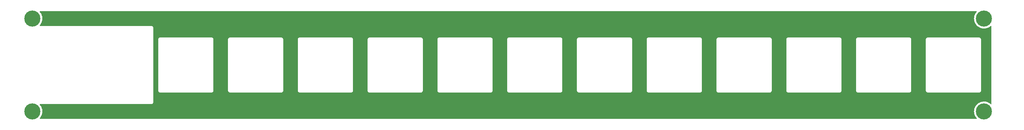
<source format=gbr>
%TF.GenerationSoftware,KiCad,Pcbnew,6.0.2+dfsg-1*%
%TF.CreationDate,2024-06-04T13:25:45+01:00*%
%TF.ProjectId,backRow_SwitchPlate,6261636b-526f-4775-9f53-776974636850,0*%
%TF.SameCoordinates,Original*%
%TF.FileFunction,Copper,L2,Bot*%
%TF.FilePolarity,Positive*%
%FSLAX46Y46*%
G04 Gerber Fmt 4.6, Leading zero omitted, Abs format (unit mm)*
G04 Created by KiCad (PCBNEW 6.0.2+dfsg-1) date 2024-06-04 13:25:45*
%MOMM*%
%LPD*%
G01*
G04 APERTURE LIST*
%TA.AperFunction,ConnectorPad*%
%ADD10C,4.400000*%
%TD*%
%TA.AperFunction,ComponentPad*%
%ADD11C,2.600000*%
%TD*%
G04 APERTURE END LIST*
D10*
%TO.P,H4,1,1*%
%TO.N,unconnected-(H4-Pad1)*%
X276860000Y-50800000D03*
D11*
X276860000Y-50800000D03*
%TD*%
D10*
%TO.P,H3,1,1*%
%TO.N,unconnected-(H3-Pad1)*%
X276860000Y-76200000D03*
D11*
X276860000Y-76200000D03*
%TD*%
D10*
%TO.P,H1,1,1*%
%TO.N,unconnected-(H1-Pad1)*%
X17780000Y-50800000D03*
D11*
X17780000Y-50800000D03*
%TD*%
%TO.P,H2,1,1*%
%TO.N,unconnected-(H2-Pad1)*%
X17780000Y-76200000D03*
D10*
X17780000Y-76200000D03*
%TD*%
%TA.AperFunction,NonConductor*%
G36*
X274823805Y-48788002D02*
G01*
X274870298Y-48841658D01*
X274880402Y-48911932D01*
X274850908Y-48976512D01*
X274848724Y-48978839D01*
X274848755Y-48978867D01*
X274846220Y-48981682D01*
X274843513Y-48984347D01*
X274841149Y-48987314D01*
X274841146Y-48987317D01*
X274826281Y-49005972D01*
X274639991Y-49239751D01*
X274468626Y-49517757D01*
X274331902Y-49814336D01*
X274330741Y-49817940D01*
X274330741Y-49817941D01*
X274322196Y-49844477D01*
X274231797Y-50125192D01*
X274231079Y-50128903D01*
X274231078Y-50128907D01*
X274170482Y-50442105D01*
X274170481Y-50442114D01*
X274169763Y-50445824D01*
X274146698Y-50771585D01*
X274162936Y-51097759D01*
X274163577Y-51101490D01*
X274163578Y-51101498D01*
X274178109Y-51186060D01*
X274218241Y-51419619D01*
X274311814Y-51732504D01*
X274313327Y-51735975D01*
X274313329Y-51735981D01*
X274344929Y-51808482D01*
X274442297Y-52031881D01*
X274444220Y-52035152D01*
X274444222Y-52035156D01*
X274486584Y-52107215D01*
X274607802Y-52313414D01*
X274610103Y-52316429D01*
X274803631Y-52570012D01*
X274803636Y-52570017D01*
X274805931Y-52573025D01*
X274808575Y-52575739D01*
X275003823Y-52776166D01*
X275033814Y-52806953D01*
X275163046Y-52911044D01*
X275285196Y-53009431D01*
X275285201Y-53009435D01*
X275288149Y-53011809D01*
X275565253Y-53184627D01*
X275861112Y-53322903D01*
X276171440Y-53424634D01*
X276491742Y-53488346D01*
X276495514Y-53488633D01*
X276495522Y-53488634D01*
X276813602Y-53512829D01*
X276813607Y-53512829D01*
X276817379Y-53513116D01*
X277143633Y-53498586D01*
X277203425Y-53488634D01*
X277462037Y-53445590D01*
X277462042Y-53445589D01*
X277465778Y-53444967D01*
X277779149Y-53353034D01*
X277782616Y-53351544D01*
X277782620Y-53351543D01*
X278075721Y-53225616D01*
X278075723Y-53225615D01*
X278079205Y-53224119D01*
X278361601Y-53060091D01*
X278601496Y-52878988D01*
X278619221Y-52865607D01*
X278619222Y-52865606D01*
X278622245Y-52863324D01*
X278678552Y-52809044D01*
X278741478Y-52776166D01*
X278812189Y-52782528D01*
X278868235Y-52826109D01*
X278892000Y-52899757D01*
X278892000Y-74096835D01*
X278871998Y-74164956D01*
X278818342Y-74211449D01*
X278748068Y-74221553D01*
X278683488Y-74192059D01*
X278676686Y-74185711D01*
X278665070Y-74174034D01*
X278408603Y-73971852D01*
X278129705Y-73801945D01*
X278126261Y-73800379D01*
X278126257Y-73800377D01*
X277984356Y-73735859D01*
X277832414Y-73666775D01*
X277521037Y-73568300D01*
X277303492Y-73527390D01*
X277203809Y-73508645D01*
X277203807Y-73508645D01*
X277200086Y-73507945D01*
X276874208Y-73486586D01*
X276870428Y-73486794D01*
X276870427Y-73486794D01*
X276772897Y-73492162D01*
X276548124Y-73504532D01*
X276544397Y-73505193D01*
X276544393Y-73505193D01*
X276387340Y-73533027D01*
X276226557Y-73561522D01*
X276222941Y-73562624D01*
X276222933Y-73562626D01*
X275917789Y-73655627D01*
X275914167Y-73656731D01*
X275615477Y-73788781D01*
X275526462Y-73841739D01*
X275338074Y-73953817D01*
X275338068Y-73953821D01*
X275334814Y-73955757D01*
X275331812Y-73958073D01*
X275084492Y-74148880D01*
X275076244Y-74155243D01*
X274843513Y-74384347D01*
X274841149Y-74387314D01*
X274841146Y-74387317D01*
X274824220Y-74408558D01*
X274639991Y-74639751D01*
X274468626Y-74917757D01*
X274331902Y-75214336D01*
X274330741Y-75217940D01*
X274330741Y-75217941D01*
X274322196Y-75244477D01*
X274231797Y-75525192D01*
X274231079Y-75528903D01*
X274231078Y-75528907D01*
X274170482Y-75842105D01*
X274170481Y-75842114D01*
X274169763Y-75845824D01*
X274146698Y-76171585D01*
X274162936Y-76497759D01*
X274163577Y-76501490D01*
X274163578Y-76501498D01*
X274178109Y-76586060D01*
X274218241Y-76819619D01*
X274311814Y-77132504D01*
X274313327Y-77135975D01*
X274313329Y-77135981D01*
X274344929Y-77208482D01*
X274442297Y-77431881D01*
X274444220Y-77435152D01*
X274444222Y-77435156D01*
X274486584Y-77507215D01*
X274607802Y-77713414D01*
X274610103Y-77716429D01*
X274803631Y-77970012D01*
X274803636Y-77970017D01*
X274805931Y-77973025D01*
X274808575Y-77975739D01*
X274849820Y-78018078D01*
X274883026Y-78080830D01*
X274877035Y-78151574D01*
X274833749Y-78207848D01*
X274766909Y-78231786D01*
X274759566Y-78232000D01*
X19883395Y-78232000D01*
X19815274Y-78211998D01*
X19768781Y-78158342D01*
X19758677Y-78088068D01*
X19785682Y-78026452D01*
X19983549Y-77783410D01*
X20157815Y-77507215D01*
X20297638Y-77212084D01*
X20298908Y-77208277D01*
X20399790Y-76905897D01*
X20399792Y-76905891D01*
X20400992Y-76902293D01*
X20466381Y-76582329D01*
X20472956Y-76501498D01*
X20492674Y-76259061D01*
X20492856Y-76256826D01*
X20493451Y-76200000D01*
X20491510Y-76167796D01*
X20474026Y-75877793D01*
X20474026Y-75877789D01*
X20473798Y-75874015D01*
X20468650Y-75845824D01*
X20415805Y-75556473D01*
X20415804Y-75556469D01*
X20415125Y-75552751D01*
X20407722Y-75528907D01*
X20319404Y-75244477D01*
X20318282Y-75240863D01*
X20184670Y-74942869D01*
X20016226Y-74663084D01*
X20013899Y-74660100D01*
X20013894Y-74660093D01*
X19817726Y-74408558D01*
X19817724Y-74408556D01*
X19815390Y-74405563D01*
X19812716Y-74402875D01*
X19812709Y-74402867D01*
X19792807Y-74382861D01*
X19758946Y-74320460D01*
X19764196Y-74249657D01*
X19806892Y-74192934D01*
X19873478Y-74168298D01*
X19882136Y-74168000D01*
X50156298Y-74168000D01*
X50157069Y-74168002D01*
X50234652Y-74168476D01*
X50243281Y-74166010D01*
X50243286Y-74166009D01*
X50263048Y-74160361D01*
X50279809Y-74156783D01*
X50300152Y-74153870D01*
X50300162Y-74153867D01*
X50309045Y-74152595D01*
X50332395Y-74141979D01*
X50349907Y-74135536D01*
X50365937Y-74130954D01*
X50374565Y-74128488D01*
X50399548Y-74112726D01*
X50414614Y-74104596D01*
X50441510Y-74092367D01*
X50460939Y-74075626D01*
X50475947Y-74064521D01*
X50490039Y-74055630D01*
X50497631Y-74050840D01*
X50517182Y-74028703D01*
X50529374Y-74016659D01*
X50544949Y-74003239D01*
X50544950Y-74003237D01*
X50551747Y-73997381D01*
X50556626Y-73989853D01*
X50556629Y-73989850D01*
X50565696Y-73975861D01*
X50576986Y-73960987D01*
X50588012Y-73948502D01*
X50593956Y-73941772D01*
X50606510Y-73915034D01*
X50614824Y-73900065D01*
X50630893Y-73875273D01*
X50638239Y-73850709D01*
X50644901Y-73833264D01*
X50651983Y-73818179D01*
X50655799Y-73810052D01*
X50660343Y-73780870D01*
X50664126Y-73764151D01*
X50670014Y-73744464D01*
X50670015Y-73744461D01*
X50672587Y-73735859D01*
X50672797Y-73701444D01*
X50672830Y-73700672D01*
X50673000Y-73699577D01*
X50673000Y-73668702D01*
X50673002Y-73667932D01*
X50673452Y-73594284D01*
X50673452Y-73594283D01*
X50673476Y-73590348D01*
X50673092Y-73589004D01*
X50673000Y-73587659D01*
X50673000Y-70569652D01*
X52031524Y-70569652D01*
X52033990Y-70578281D01*
X52033991Y-70578286D01*
X52039639Y-70598048D01*
X52043217Y-70614809D01*
X52046130Y-70635152D01*
X52046133Y-70635162D01*
X52047405Y-70644045D01*
X52058021Y-70667395D01*
X52064464Y-70684907D01*
X52071512Y-70709565D01*
X52087274Y-70734548D01*
X52095404Y-70749614D01*
X52107633Y-70776510D01*
X52124374Y-70795939D01*
X52135479Y-70810947D01*
X52149160Y-70832631D01*
X52155888Y-70838573D01*
X52171296Y-70852181D01*
X52183340Y-70864373D01*
X52202619Y-70886747D01*
X52210147Y-70891626D01*
X52210150Y-70891629D01*
X52224139Y-70900696D01*
X52239013Y-70911986D01*
X52258228Y-70928956D01*
X52266354Y-70932771D01*
X52266355Y-70932772D01*
X52272021Y-70935432D01*
X52284966Y-70941510D01*
X52299935Y-70949824D01*
X52324727Y-70965893D01*
X52341650Y-70970954D01*
X52349290Y-70973239D01*
X52366736Y-70979901D01*
X52389948Y-70990799D01*
X52419130Y-70995343D01*
X52435849Y-70999126D01*
X52455536Y-71005014D01*
X52455539Y-71005015D01*
X52464141Y-71007587D01*
X52473116Y-71007642D01*
X52473117Y-71007642D01*
X52479810Y-71007683D01*
X52498556Y-71007797D01*
X52499328Y-71007830D01*
X52500423Y-71008000D01*
X52531298Y-71008000D01*
X52532068Y-71008002D01*
X52605716Y-71008452D01*
X52605717Y-71008452D01*
X52609652Y-71008476D01*
X52610996Y-71008092D01*
X52612341Y-71008000D01*
X66531298Y-71008000D01*
X66532069Y-71008002D01*
X66609652Y-71008476D01*
X66618281Y-71006010D01*
X66618286Y-71006009D01*
X66638048Y-71000361D01*
X66654809Y-70996783D01*
X66675152Y-70993870D01*
X66675162Y-70993867D01*
X66684045Y-70992595D01*
X66707395Y-70981979D01*
X66724907Y-70975536D01*
X66740937Y-70970954D01*
X66749565Y-70968488D01*
X66774548Y-70952726D01*
X66789614Y-70944596D01*
X66816510Y-70932367D01*
X66835939Y-70915626D01*
X66850947Y-70904521D01*
X66865039Y-70895630D01*
X66872631Y-70890840D01*
X66892182Y-70868703D01*
X66904374Y-70856659D01*
X66919949Y-70843239D01*
X66919950Y-70843237D01*
X66926747Y-70837381D01*
X66931626Y-70829853D01*
X66931629Y-70829850D01*
X66940696Y-70815861D01*
X66951986Y-70800987D01*
X66963012Y-70788502D01*
X66968956Y-70781772D01*
X66981510Y-70755034D01*
X66989824Y-70740065D01*
X67005893Y-70715273D01*
X67013239Y-70690709D01*
X67019901Y-70673264D01*
X67026983Y-70658179D01*
X67030799Y-70650052D01*
X67035343Y-70620870D01*
X67039126Y-70604151D01*
X67045014Y-70584464D01*
X67045015Y-70584461D01*
X67047587Y-70575859D01*
X67047625Y-70569652D01*
X71031524Y-70569652D01*
X71033990Y-70578281D01*
X71033991Y-70578286D01*
X71039639Y-70598048D01*
X71043217Y-70614809D01*
X71046130Y-70635152D01*
X71046133Y-70635162D01*
X71047405Y-70644045D01*
X71058021Y-70667395D01*
X71064464Y-70684907D01*
X71071512Y-70709565D01*
X71087274Y-70734548D01*
X71095404Y-70749614D01*
X71107633Y-70776510D01*
X71124374Y-70795939D01*
X71135479Y-70810947D01*
X71149160Y-70832631D01*
X71155888Y-70838573D01*
X71171296Y-70852181D01*
X71183340Y-70864373D01*
X71202619Y-70886747D01*
X71210147Y-70891626D01*
X71210150Y-70891629D01*
X71224139Y-70900696D01*
X71239013Y-70911986D01*
X71258228Y-70928956D01*
X71266354Y-70932771D01*
X71266355Y-70932772D01*
X71272021Y-70935432D01*
X71284966Y-70941510D01*
X71299935Y-70949824D01*
X71324727Y-70965893D01*
X71341650Y-70970954D01*
X71349290Y-70973239D01*
X71366736Y-70979901D01*
X71389948Y-70990799D01*
X71419130Y-70995343D01*
X71435849Y-70999126D01*
X71455536Y-71005014D01*
X71455539Y-71005015D01*
X71464141Y-71007587D01*
X71473116Y-71007642D01*
X71473117Y-71007642D01*
X71479810Y-71007683D01*
X71498556Y-71007797D01*
X71499328Y-71007830D01*
X71500423Y-71008000D01*
X71531298Y-71008000D01*
X71532068Y-71008002D01*
X71605716Y-71008452D01*
X71605717Y-71008452D01*
X71609652Y-71008476D01*
X71610996Y-71008092D01*
X71612341Y-71008000D01*
X85531298Y-71008000D01*
X85532069Y-71008002D01*
X85609652Y-71008476D01*
X85618281Y-71006010D01*
X85618286Y-71006009D01*
X85638048Y-71000361D01*
X85654809Y-70996783D01*
X85675152Y-70993870D01*
X85675162Y-70993867D01*
X85684045Y-70992595D01*
X85707395Y-70981979D01*
X85724907Y-70975536D01*
X85740937Y-70970954D01*
X85749565Y-70968488D01*
X85774548Y-70952726D01*
X85789614Y-70944596D01*
X85816510Y-70932367D01*
X85835939Y-70915626D01*
X85850947Y-70904521D01*
X85865039Y-70895630D01*
X85872631Y-70890840D01*
X85892182Y-70868703D01*
X85904374Y-70856659D01*
X85919949Y-70843239D01*
X85919950Y-70843237D01*
X85926747Y-70837381D01*
X85931626Y-70829853D01*
X85931629Y-70829850D01*
X85940696Y-70815861D01*
X85951986Y-70800987D01*
X85963012Y-70788502D01*
X85968956Y-70781772D01*
X85981510Y-70755034D01*
X85989824Y-70740065D01*
X86005893Y-70715273D01*
X86013239Y-70690709D01*
X86019901Y-70673264D01*
X86026983Y-70658179D01*
X86030799Y-70650052D01*
X86035343Y-70620870D01*
X86039126Y-70604151D01*
X86045014Y-70584464D01*
X86045015Y-70584461D01*
X86047587Y-70575859D01*
X86047625Y-70569652D01*
X90031524Y-70569652D01*
X90033990Y-70578281D01*
X90033991Y-70578286D01*
X90039639Y-70598048D01*
X90043217Y-70614809D01*
X90046130Y-70635152D01*
X90046133Y-70635162D01*
X90047405Y-70644045D01*
X90058021Y-70667395D01*
X90064464Y-70684907D01*
X90071512Y-70709565D01*
X90087274Y-70734548D01*
X90095404Y-70749614D01*
X90107633Y-70776510D01*
X90124374Y-70795939D01*
X90135479Y-70810947D01*
X90149160Y-70832631D01*
X90155888Y-70838573D01*
X90171296Y-70852181D01*
X90183340Y-70864373D01*
X90202619Y-70886747D01*
X90210147Y-70891626D01*
X90210150Y-70891629D01*
X90224139Y-70900696D01*
X90239013Y-70911986D01*
X90258228Y-70928956D01*
X90266354Y-70932771D01*
X90266355Y-70932772D01*
X90272021Y-70935432D01*
X90284966Y-70941510D01*
X90299935Y-70949824D01*
X90324727Y-70965893D01*
X90341650Y-70970954D01*
X90349290Y-70973239D01*
X90366736Y-70979901D01*
X90389948Y-70990799D01*
X90419130Y-70995343D01*
X90435849Y-70999126D01*
X90455536Y-71005014D01*
X90455539Y-71005015D01*
X90464141Y-71007587D01*
X90473116Y-71007642D01*
X90473117Y-71007642D01*
X90479810Y-71007683D01*
X90498556Y-71007797D01*
X90499328Y-71007830D01*
X90500423Y-71008000D01*
X90531298Y-71008000D01*
X90532068Y-71008002D01*
X90605716Y-71008452D01*
X90605717Y-71008452D01*
X90609652Y-71008476D01*
X90610996Y-71008092D01*
X90612341Y-71008000D01*
X104531298Y-71008000D01*
X104532069Y-71008002D01*
X104609652Y-71008476D01*
X104618281Y-71006010D01*
X104618286Y-71006009D01*
X104638048Y-71000361D01*
X104654809Y-70996783D01*
X104675152Y-70993870D01*
X104675162Y-70993867D01*
X104684045Y-70992595D01*
X104707395Y-70981979D01*
X104724907Y-70975536D01*
X104740937Y-70970954D01*
X104749565Y-70968488D01*
X104774548Y-70952726D01*
X104789614Y-70944596D01*
X104816510Y-70932367D01*
X104835939Y-70915626D01*
X104850947Y-70904521D01*
X104865039Y-70895630D01*
X104872631Y-70890840D01*
X104892182Y-70868703D01*
X104904374Y-70856659D01*
X104919949Y-70843239D01*
X104919950Y-70843237D01*
X104926747Y-70837381D01*
X104931626Y-70829853D01*
X104931629Y-70829850D01*
X104940696Y-70815861D01*
X104951986Y-70800987D01*
X104963012Y-70788502D01*
X104968956Y-70781772D01*
X104981510Y-70755034D01*
X104989824Y-70740065D01*
X105005893Y-70715273D01*
X105013239Y-70690709D01*
X105019901Y-70673264D01*
X105026983Y-70658179D01*
X105030799Y-70650052D01*
X105035343Y-70620870D01*
X105039126Y-70604151D01*
X105045014Y-70584464D01*
X105045015Y-70584461D01*
X105047587Y-70575859D01*
X105047625Y-70569652D01*
X109031524Y-70569652D01*
X109033990Y-70578281D01*
X109033991Y-70578286D01*
X109039639Y-70598048D01*
X109043217Y-70614809D01*
X109046130Y-70635152D01*
X109046133Y-70635162D01*
X109047405Y-70644045D01*
X109058021Y-70667395D01*
X109064464Y-70684907D01*
X109071512Y-70709565D01*
X109087274Y-70734548D01*
X109095404Y-70749614D01*
X109107633Y-70776510D01*
X109124374Y-70795939D01*
X109135479Y-70810947D01*
X109149160Y-70832631D01*
X109155888Y-70838573D01*
X109171296Y-70852181D01*
X109183340Y-70864373D01*
X109202619Y-70886747D01*
X109210147Y-70891626D01*
X109210150Y-70891629D01*
X109224139Y-70900696D01*
X109239013Y-70911986D01*
X109258228Y-70928956D01*
X109266354Y-70932771D01*
X109266355Y-70932772D01*
X109272021Y-70935432D01*
X109284966Y-70941510D01*
X109299935Y-70949824D01*
X109324727Y-70965893D01*
X109341650Y-70970954D01*
X109349290Y-70973239D01*
X109366736Y-70979901D01*
X109389948Y-70990799D01*
X109419130Y-70995343D01*
X109435849Y-70999126D01*
X109455536Y-71005014D01*
X109455539Y-71005015D01*
X109464141Y-71007587D01*
X109473116Y-71007642D01*
X109473117Y-71007642D01*
X109479810Y-71007683D01*
X109498556Y-71007797D01*
X109499328Y-71007830D01*
X109500423Y-71008000D01*
X109531298Y-71008000D01*
X109532068Y-71008002D01*
X109605716Y-71008452D01*
X109605717Y-71008452D01*
X109609652Y-71008476D01*
X109610996Y-71008092D01*
X109612341Y-71008000D01*
X123531298Y-71008000D01*
X123532069Y-71008002D01*
X123609652Y-71008476D01*
X123618281Y-71006010D01*
X123618286Y-71006009D01*
X123638048Y-71000361D01*
X123654809Y-70996783D01*
X123675152Y-70993870D01*
X123675162Y-70993867D01*
X123684045Y-70992595D01*
X123707395Y-70981979D01*
X123724907Y-70975536D01*
X123740937Y-70970954D01*
X123749565Y-70968488D01*
X123774548Y-70952726D01*
X123789614Y-70944596D01*
X123816510Y-70932367D01*
X123835939Y-70915626D01*
X123850947Y-70904521D01*
X123865039Y-70895630D01*
X123872631Y-70890840D01*
X123892182Y-70868703D01*
X123904374Y-70856659D01*
X123919949Y-70843239D01*
X123919950Y-70843237D01*
X123926747Y-70837381D01*
X123931626Y-70829853D01*
X123931629Y-70829850D01*
X123940696Y-70815861D01*
X123951986Y-70800987D01*
X123963012Y-70788502D01*
X123968956Y-70781772D01*
X123981510Y-70755034D01*
X123989824Y-70740065D01*
X124005893Y-70715273D01*
X124013239Y-70690709D01*
X124019901Y-70673264D01*
X124026983Y-70658179D01*
X124030799Y-70650052D01*
X124035343Y-70620870D01*
X124039126Y-70604151D01*
X124045014Y-70584464D01*
X124045015Y-70584461D01*
X124047587Y-70575859D01*
X124047625Y-70569652D01*
X128031524Y-70569652D01*
X128033990Y-70578281D01*
X128033991Y-70578286D01*
X128039639Y-70598048D01*
X128043217Y-70614809D01*
X128046130Y-70635152D01*
X128046133Y-70635162D01*
X128047405Y-70644045D01*
X128058021Y-70667395D01*
X128064464Y-70684907D01*
X128071512Y-70709565D01*
X128087274Y-70734548D01*
X128095404Y-70749614D01*
X128107633Y-70776510D01*
X128124374Y-70795939D01*
X128135479Y-70810947D01*
X128149160Y-70832631D01*
X128155888Y-70838573D01*
X128171296Y-70852181D01*
X128183340Y-70864373D01*
X128202619Y-70886747D01*
X128210147Y-70891626D01*
X128210150Y-70891629D01*
X128224139Y-70900696D01*
X128239013Y-70911986D01*
X128258228Y-70928956D01*
X128266354Y-70932771D01*
X128266355Y-70932772D01*
X128272021Y-70935432D01*
X128284966Y-70941510D01*
X128299935Y-70949824D01*
X128324727Y-70965893D01*
X128341650Y-70970954D01*
X128349290Y-70973239D01*
X128366736Y-70979901D01*
X128389948Y-70990799D01*
X128419130Y-70995343D01*
X128435849Y-70999126D01*
X128455536Y-71005014D01*
X128455539Y-71005015D01*
X128464141Y-71007587D01*
X128473116Y-71007642D01*
X128473117Y-71007642D01*
X128479810Y-71007683D01*
X128498556Y-71007797D01*
X128499328Y-71007830D01*
X128500423Y-71008000D01*
X128531298Y-71008000D01*
X128532068Y-71008002D01*
X128605716Y-71008452D01*
X128605717Y-71008452D01*
X128609652Y-71008476D01*
X128610996Y-71008092D01*
X128612341Y-71008000D01*
X142531298Y-71008000D01*
X142532069Y-71008002D01*
X142609652Y-71008476D01*
X142618281Y-71006010D01*
X142618286Y-71006009D01*
X142638048Y-71000361D01*
X142654809Y-70996783D01*
X142675152Y-70993870D01*
X142675162Y-70993867D01*
X142684045Y-70992595D01*
X142707395Y-70981979D01*
X142724907Y-70975536D01*
X142740937Y-70970954D01*
X142749565Y-70968488D01*
X142774548Y-70952726D01*
X142789614Y-70944596D01*
X142816510Y-70932367D01*
X142835939Y-70915626D01*
X142850947Y-70904521D01*
X142865039Y-70895630D01*
X142872631Y-70890840D01*
X142892182Y-70868703D01*
X142904374Y-70856659D01*
X142919949Y-70843239D01*
X142919950Y-70843237D01*
X142926747Y-70837381D01*
X142931626Y-70829853D01*
X142931629Y-70829850D01*
X142940696Y-70815861D01*
X142951986Y-70800987D01*
X142963012Y-70788502D01*
X142968956Y-70781772D01*
X142981510Y-70755034D01*
X142989824Y-70740065D01*
X143005893Y-70715273D01*
X143013239Y-70690709D01*
X143019901Y-70673264D01*
X143026983Y-70658179D01*
X143030799Y-70650052D01*
X143035343Y-70620870D01*
X143039126Y-70604151D01*
X143045014Y-70584464D01*
X143045015Y-70584461D01*
X143047587Y-70575859D01*
X143047625Y-70569652D01*
X147031524Y-70569652D01*
X147033990Y-70578281D01*
X147033991Y-70578286D01*
X147039639Y-70598048D01*
X147043217Y-70614809D01*
X147046130Y-70635152D01*
X147046133Y-70635162D01*
X147047405Y-70644045D01*
X147058021Y-70667395D01*
X147064464Y-70684907D01*
X147071512Y-70709565D01*
X147087274Y-70734548D01*
X147095404Y-70749614D01*
X147107633Y-70776510D01*
X147124374Y-70795939D01*
X147135479Y-70810947D01*
X147149160Y-70832631D01*
X147155888Y-70838573D01*
X147171296Y-70852181D01*
X147183340Y-70864373D01*
X147202619Y-70886747D01*
X147210147Y-70891626D01*
X147210150Y-70891629D01*
X147224139Y-70900696D01*
X147239013Y-70911986D01*
X147258228Y-70928956D01*
X147266354Y-70932771D01*
X147266355Y-70932772D01*
X147272021Y-70935432D01*
X147284966Y-70941510D01*
X147299935Y-70949824D01*
X147324727Y-70965893D01*
X147341650Y-70970954D01*
X147349290Y-70973239D01*
X147366736Y-70979901D01*
X147389948Y-70990799D01*
X147419130Y-70995343D01*
X147435849Y-70999126D01*
X147455536Y-71005014D01*
X147455539Y-71005015D01*
X147464141Y-71007587D01*
X147473116Y-71007642D01*
X147473117Y-71007642D01*
X147479810Y-71007683D01*
X147498556Y-71007797D01*
X147499328Y-71007830D01*
X147500423Y-71008000D01*
X147531298Y-71008000D01*
X147532068Y-71008002D01*
X147605716Y-71008452D01*
X147605717Y-71008452D01*
X147609652Y-71008476D01*
X147610996Y-71008092D01*
X147612341Y-71008000D01*
X161531298Y-71008000D01*
X161532069Y-71008002D01*
X161609652Y-71008476D01*
X161618281Y-71006010D01*
X161618286Y-71006009D01*
X161638048Y-71000361D01*
X161654809Y-70996783D01*
X161675152Y-70993870D01*
X161675162Y-70993867D01*
X161684045Y-70992595D01*
X161707395Y-70981979D01*
X161724907Y-70975536D01*
X161740937Y-70970954D01*
X161749565Y-70968488D01*
X161774548Y-70952726D01*
X161789614Y-70944596D01*
X161816510Y-70932367D01*
X161835939Y-70915626D01*
X161850947Y-70904521D01*
X161865039Y-70895630D01*
X161872631Y-70890840D01*
X161892182Y-70868703D01*
X161904374Y-70856659D01*
X161919949Y-70843239D01*
X161919950Y-70843237D01*
X161926747Y-70837381D01*
X161931626Y-70829853D01*
X161931629Y-70829850D01*
X161940696Y-70815861D01*
X161951986Y-70800987D01*
X161963012Y-70788502D01*
X161968956Y-70781772D01*
X161981510Y-70755034D01*
X161989824Y-70740065D01*
X162005893Y-70715273D01*
X162013239Y-70690709D01*
X162019901Y-70673264D01*
X162026983Y-70658179D01*
X162030799Y-70650052D01*
X162035343Y-70620870D01*
X162039126Y-70604151D01*
X162045014Y-70584464D01*
X162045015Y-70584461D01*
X162047587Y-70575859D01*
X162047625Y-70569652D01*
X166031524Y-70569652D01*
X166033990Y-70578281D01*
X166033991Y-70578286D01*
X166039639Y-70598048D01*
X166043217Y-70614809D01*
X166046130Y-70635152D01*
X166046133Y-70635162D01*
X166047405Y-70644045D01*
X166058021Y-70667395D01*
X166064464Y-70684907D01*
X166071512Y-70709565D01*
X166087274Y-70734548D01*
X166095404Y-70749614D01*
X166107633Y-70776510D01*
X166124374Y-70795939D01*
X166135479Y-70810947D01*
X166149160Y-70832631D01*
X166155888Y-70838573D01*
X166171296Y-70852181D01*
X166183340Y-70864373D01*
X166202619Y-70886747D01*
X166210147Y-70891626D01*
X166210150Y-70891629D01*
X166224139Y-70900696D01*
X166239013Y-70911986D01*
X166258228Y-70928956D01*
X166266354Y-70932771D01*
X166266355Y-70932772D01*
X166272021Y-70935432D01*
X166284966Y-70941510D01*
X166299935Y-70949824D01*
X166324727Y-70965893D01*
X166341650Y-70970954D01*
X166349290Y-70973239D01*
X166366736Y-70979901D01*
X166389948Y-70990799D01*
X166419130Y-70995343D01*
X166435849Y-70999126D01*
X166455536Y-71005014D01*
X166455539Y-71005015D01*
X166464141Y-71007587D01*
X166473116Y-71007642D01*
X166473117Y-71007642D01*
X166479810Y-71007683D01*
X166498556Y-71007797D01*
X166499328Y-71007830D01*
X166500423Y-71008000D01*
X166531298Y-71008000D01*
X166532068Y-71008002D01*
X166605716Y-71008452D01*
X166605717Y-71008452D01*
X166609652Y-71008476D01*
X166610996Y-71008092D01*
X166612341Y-71008000D01*
X180531298Y-71008000D01*
X180532069Y-71008002D01*
X180609652Y-71008476D01*
X180618281Y-71006010D01*
X180618286Y-71006009D01*
X180638048Y-71000361D01*
X180654809Y-70996783D01*
X180675152Y-70993870D01*
X180675162Y-70993867D01*
X180684045Y-70992595D01*
X180707395Y-70981979D01*
X180724907Y-70975536D01*
X180740937Y-70970954D01*
X180749565Y-70968488D01*
X180774548Y-70952726D01*
X180789614Y-70944596D01*
X180816510Y-70932367D01*
X180835939Y-70915626D01*
X180850947Y-70904521D01*
X180865039Y-70895630D01*
X180872631Y-70890840D01*
X180892182Y-70868703D01*
X180904374Y-70856659D01*
X180919949Y-70843239D01*
X180919950Y-70843237D01*
X180926747Y-70837381D01*
X180931626Y-70829853D01*
X180931629Y-70829850D01*
X180940696Y-70815861D01*
X180951986Y-70800987D01*
X180963012Y-70788502D01*
X180968956Y-70781772D01*
X180981510Y-70755034D01*
X180989824Y-70740065D01*
X181005893Y-70715273D01*
X181013239Y-70690709D01*
X181019901Y-70673264D01*
X181026983Y-70658179D01*
X181030799Y-70650052D01*
X181035343Y-70620870D01*
X181039126Y-70604151D01*
X181045014Y-70584464D01*
X181045015Y-70584461D01*
X181047587Y-70575859D01*
X181047625Y-70569652D01*
X185031524Y-70569652D01*
X185033990Y-70578281D01*
X185033991Y-70578286D01*
X185039639Y-70598048D01*
X185043217Y-70614809D01*
X185046130Y-70635152D01*
X185046133Y-70635162D01*
X185047405Y-70644045D01*
X185058021Y-70667395D01*
X185064464Y-70684907D01*
X185071512Y-70709565D01*
X185087274Y-70734548D01*
X185095404Y-70749614D01*
X185107633Y-70776510D01*
X185124374Y-70795939D01*
X185135479Y-70810947D01*
X185149160Y-70832631D01*
X185155888Y-70838573D01*
X185171296Y-70852181D01*
X185183340Y-70864373D01*
X185202619Y-70886747D01*
X185210147Y-70891626D01*
X185210150Y-70891629D01*
X185224139Y-70900696D01*
X185239013Y-70911986D01*
X185258228Y-70928956D01*
X185266354Y-70932771D01*
X185266355Y-70932772D01*
X185272021Y-70935432D01*
X185284966Y-70941510D01*
X185299935Y-70949824D01*
X185324727Y-70965893D01*
X185341650Y-70970954D01*
X185349290Y-70973239D01*
X185366736Y-70979901D01*
X185389948Y-70990799D01*
X185419130Y-70995343D01*
X185435849Y-70999126D01*
X185455536Y-71005014D01*
X185455539Y-71005015D01*
X185464141Y-71007587D01*
X185473116Y-71007642D01*
X185473117Y-71007642D01*
X185479810Y-71007683D01*
X185498556Y-71007797D01*
X185499328Y-71007830D01*
X185500423Y-71008000D01*
X185531298Y-71008000D01*
X185532068Y-71008002D01*
X185605716Y-71008452D01*
X185605717Y-71008452D01*
X185609652Y-71008476D01*
X185610996Y-71008092D01*
X185612341Y-71008000D01*
X199531298Y-71008000D01*
X199532069Y-71008002D01*
X199609652Y-71008476D01*
X199618281Y-71006010D01*
X199618286Y-71006009D01*
X199638048Y-71000361D01*
X199654809Y-70996783D01*
X199675152Y-70993870D01*
X199675162Y-70993867D01*
X199684045Y-70992595D01*
X199707395Y-70981979D01*
X199724907Y-70975536D01*
X199740937Y-70970954D01*
X199749565Y-70968488D01*
X199774548Y-70952726D01*
X199789614Y-70944596D01*
X199816510Y-70932367D01*
X199835939Y-70915626D01*
X199850947Y-70904521D01*
X199865039Y-70895630D01*
X199872631Y-70890840D01*
X199892182Y-70868703D01*
X199904374Y-70856659D01*
X199919949Y-70843239D01*
X199919950Y-70843237D01*
X199926747Y-70837381D01*
X199931626Y-70829853D01*
X199931629Y-70829850D01*
X199940696Y-70815861D01*
X199951986Y-70800987D01*
X199963012Y-70788502D01*
X199968956Y-70781772D01*
X199981510Y-70755034D01*
X199989824Y-70740065D01*
X200005893Y-70715273D01*
X200013239Y-70690709D01*
X200019901Y-70673264D01*
X200026983Y-70658179D01*
X200030799Y-70650052D01*
X200035343Y-70620870D01*
X200039126Y-70604151D01*
X200045014Y-70584464D01*
X200045015Y-70584461D01*
X200047587Y-70575859D01*
X200047625Y-70569652D01*
X204031524Y-70569652D01*
X204033990Y-70578281D01*
X204033991Y-70578286D01*
X204039639Y-70598048D01*
X204043217Y-70614809D01*
X204046130Y-70635152D01*
X204046133Y-70635162D01*
X204047405Y-70644045D01*
X204058021Y-70667395D01*
X204064464Y-70684907D01*
X204071512Y-70709565D01*
X204087274Y-70734548D01*
X204095404Y-70749614D01*
X204107633Y-70776510D01*
X204124374Y-70795939D01*
X204135479Y-70810947D01*
X204149160Y-70832631D01*
X204155888Y-70838573D01*
X204171296Y-70852181D01*
X204183340Y-70864373D01*
X204202619Y-70886747D01*
X204210147Y-70891626D01*
X204210150Y-70891629D01*
X204224139Y-70900696D01*
X204239013Y-70911986D01*
X204258228Y-70928956D01*
X204266354Y-70932771D01*
X204266355Y-70932772D01*
X204272021Y-70935432D01*
X204284966Y-70941510D01*
X204299935Y-70949824D01*
X204324727Y-70965893D01*
X204341650Y-70970954D01*
X204349290Y-70973239D01*
X204366736Y-70979901D01*
X204389948Y-70990799D01*
X204419130Y-70995343D01*
X204435849Y-70999126D01*
X204455536Y-71005014D01*
X204455539Y-71005015D01*
X204464141Y-71007587D01*
X204473116Y-71007642D01*
X204473117Y-71007642D01*
X204479810Y-71007683D01*
X204498556Y-71007797D01*
X204499328Y-71007830D01*
X204500423Y-71008000D01*
X204531298Y-71008000D01*
X204532068Y-71008002D01*
X204605716Y-71008452D01*
X204605717Y-71008452D01*
X204609652Y-71008476D01*
X204610996Y-71008092D01*
X204612341Y-71008000D01*
X218531298Y-71008000D01*
X218532069Y-71008002D01*
X218609652Y-71008476D01*
X218618281Y-71006010D01*
X218618286Y-71006009D01*
X218638048Y-71000361D01*
X218654809Y-70996783D01*
X218675152Y-70993870D01*
X218675162Y-70993867D01*
X218684045Y-70992595D01*
X218707395Y-70981979D01*
X218724907Y-70975536D01*
X218740937Y-70970954D01*
X218749565Y-70968488D01*
X218774548Y-70952726D01*
X218789614Y-70944596D01*
X218816510Y-70932367D01*
X218835939Y-70915626D01*
X218850947Y-70904521D01*
X218865039Y-70895630D01*
X218872631Y-70890840D01*
X218892182Y-70868703D01*
X218904374Y-70856659D01*
X218919949Y-70843239D01*
X218919950Y-70843237D01*
X218926747Y-70837381D01*
X218931626Y-70829853D01*
X218931629Y-70829850D01*
X218940696Y-70815861D01*
X218951986Y-70800987D01*
X218963012Y-70788502D01*
X218968956Y-70781772D01*
X218981510Y-70755034D01*
X218989824Y-70740065D01*
X219005893Y-70715273D01*
X219013239Y-70690709D01*
X219019901Y-70673264D01*
X219026983Y-70658179D01*
X219030799Y-70650052D01*
X219035343Y-70620870D01*
X219039126Y-70604151D01*
X219045014Y-70584464D01*
X219045015Y-70584461D01*
X219047587Y-70575859D01*
X219047625Y-70569652D01*
X223031524Y-70569652D01*
X223033990Y-70578281D01*
X223033991Y-70578286D01*
X223039639Y-70598048D01*
X223043217Y-70614809D01*
X223046130Y-70635152D01*
X223046133Y-70635162D01*
X223047405Y-70644045D01*
X223058021Y-70667395D01*
X223064464Y-70684907D01*
X223071512Y-70709565D01*
X223087274Y-70734548D01*
X223095404Y-70749614D01*
X223107633Y-70776510D01*
X223124374Y-70795939D01*
X223135479Y-70810947D01*
X223149160Y-70832631D01*
X223155888Y-70838573D01*
X223171296Y-70852181D01*
X223183340Y-70864373D01*
X223202619Y-70886747D01*
X223210147Y-70891626D01*
X223210150Y-70891629D01*
X223224139Y-70900696D01*
X223239013Y-70911986D01*
X223258228Y-70928956D01*
X223266354Y-70932771D01*
X223266355Y-70932772D01*
X223272021Y-70935432D01*
X223284966Y-70941510D01*
X223299935Y-70949824D01*
X223324727Y-70965893D01*
X223341650Y-70970954D01*
X223349290Y-70973239D01*
X223366736Y-70979901D01*
X223389948Y-70990799D01*
X223419130Y-70995343D01*
X223435849Y-70999126D01*
X223455536Y-71005014D01*
X223455539Y-71005015D01*
X223464141Y-71007587D01*
X223473116Y-71007642D01*
X223473117Y-71007642D01*
X223479810Y-71007683D01*
X223498556Y-71007797D01*
X223499328Y-71007830D01*
X223500423Y-71008000D01*
X223531298Y-71008000D01*
X223532068Y-71008002D01*
X223605716Y-71008452D01*
X223605717Y-71008452D01*
X223609652Y-71008476D01*
X223610996Y-71008092D01*
X223612341Y-71008000D01*
X237531298Y-71008000D01*
X237532069Y-71008002D01*
X237609652Y-71008476D01*
X237618281Y-71006010D01*
X237618286Y-71006009D01*
X237638048Y-71000361D01*
X237654809Y-70996783D01*
X237675152Y-70993870D01*
X237675162Y-70993867D01*
X237684045Y-70992595D01*
X237707395Y-70981979D01*
X237724907Y-70975536D01*
X237740937Y-70970954D01*
X237749565Y-70968488D01*
X237774548Y-70952726D01*
X237789614Y-70944596D01*
X237816510Y-70932367D01*
X237835939Y-70915626D01*
X237850947Y-70904521D01*
X237865039Y-70895630D01*
X237872631Y-70890840D01*
X237892182Y-70868703D01*
X237904374Y-70856659D01*
X237919949Y-70843239D01*
X237919950Y-70843237D01*
X237926747Y-70837381D01*
X237931626Y-70829853D01*
X237931629Y-70829850D01*
X237940696Y-70815861D01*
X237951986Y-70800987D01*
X237963012Y-70788502D01*
X237968956Y-70781772D01*
X237981510Y-70755034D01*
X237989824Y-70740065D01*
X238005893Y-70715273D01*
X238013239Y-70690709D01*
X238019901Y-70673264D01*
X238026983Y-70658179D01*
X238030799Y-70650052D01*
X238035343Y-70620870D01*
X238039126Y-70604151D01*
X238045014Y-70584464D01*
X238045015Y-70584461D01*
X238047587Y-70575859D01*
X238047625Y-70569652D01*
X242031524Y-70569652D01*
X242033990Y-70578281D01*
X242033991Y-70578286D01*
X242039639Y-70598048D01*
X242043217Y-70614809D01*
X242046130Y-70635152D01*
X242046133Y-70635162D01*
X242047405Y-70644045D01*
X242058021Y-70667395D01*
X242064464Y-70684907D01*
X242071512Y-70709565D01*
X242087274Y-70734548D01*
X242095404Y-70749614D01*
X242107633Y-70776510D01*
X242124374Y-70795939D01*
X242135479Y-70810947D01*
X242149160Y-70832631D01*
X242155888Y-70838573D01*
X242171296Y-70852181D01*
X242183340Y-70864373D01*
X242202619Y-70886747D01*
X242210147Y-70891626D01*
X242210150Y-70891629D01*
X242224139Y-70900696D01*
X242239013Y-70911986D01*
X242258228Y-70928956D01*
X242266354Y-70932771D01*
X242266355Y-70932772D01*
X242272021Y-70935432D01*
X242284966Y-70941510D01*
X242299935Y-70949824D01*
X242324727Y-70965893D01*
X242341650Y-70970954D01*
X242349290Y-70973239D01*
X242366736Y-70979901D01*
X242389948Y-70990799D01*
X242419130Y-70995343D01*
X242435849Y-70999126D01*
X242455536Y-71005014D01*
X242455539Y-71005015D01*
X242464141Y-71007587D01*
X242473116Y-71007642D01*
X242473117Y-71007642D01*
X242479810Y-71007683D01*
X242498556Y-71007797D01*
X242499328Y-71007830D01*
X242500423Y-71008000D01*
X242531298Y-71008000D01*
X242532068Y-71008002D01*
X242605716Y-71008452D01*
X242605717Y-71008452D01*
X242609652Y-71008476D01*
X242610996Y-71008092D01*
X242612341Y-71008000D01*
X256531298Y-71008000D01*
X256532069Y-71008002D01*
X256609652Y-71008476D01*
X256618281Y-71006010D01*
X256618286Y-71006009D01*
X256638048Y-71000361D01*
X256654809Y-70996783D01*
X256675152Y-70993870D01*
X256675162Y-70993867D01*
X256684045Y-70992595D01*
X256707395Y-70981979D01*
X256724907Y-70975536D01*
X256740937Y-70970954D01*
X256749565Y-70968488D01*
X256774548Y-70952726D01*
X256789614Y-70944596D01*
X256816510Y-70932367D01*
X256835939Y-70915626D01*
X256850947Y-70904521D01*
X256865039Y-70895630D01*
X256872631Y-70890840D01*
X256892182Y-70868703D01*
X256904374Y-70856659D01*
X256919949Y-70843239D01*
X256919950Y-70843237D01*
X256926747Y-70837381D01*
X256931626Y-70829853D01*
X256931629Y-70829850D01*
X256940696Y-70815861D01*
X256951986Y-70800987D01*
X256963012Y-70788502D01*
X256968956Y-70781772D01*
X256981510Y-70755034D01*
X256989824Y-70740065D01*
X257005893Y-70715273D01*
X257013239Y-70690709D01*
X257019901Y-70673264D01*
X257026983Y-70658179D01*
X257030799Y-70650052D01*
X257035343Y-70620870D01*
X257039126Y-70604151D01*
X257045014Y-70584464D01*
X257045015Y-70584461D01*
X257047587Y-70575859D01*
X257047625Y-70569652D01*
X261031524Y-70569652D01*
X261033990Y-70578281D01*
X261033991Y-70578286D01*
X261039639Y-70598048D01*
X261043217Y-70614809D01*
X261046130Y-70635152D01*
X261046133Y-70635162D01*
X261047405Y-70644045D01*
X261058021Y-70667395D01*
X261064464Y-70684907D01*
X261071512Y-70709565D01*
X261087274Y-70734548D01*
X261095404Y-70749614D01*
X261107633Y-70776510D01*
X261124374Y-70795939D01*
X261135479Y-70810947D01*
X261149160Y-70832631D01*
X261155888Y-70838573D01*
X261171296Y-70852181D01*
X261183340Y-70864373D01*
X261202619Y-70886747D01*
X261210147Y-70891626D01*
X261210150Y-70891629D01*
X261224139Y-70900696D01*
X261239013Y-70911986D01*
X261258228Y-70928956D01*
X261266354Y-70932771D01*
X261266355Y-70932772D01*
X261272021Y-70935432D01*
X261284966Y-70941510D01*
X261299935Y-70949824D01*
X261324727Y-70965893D01*
X261341650Y-70970954D01*
X261349290Y-70973239D01*
X261366736Y-70979901D01*
X261389948Y-70990799D01*
X261419130Y-70995343D01*
X261435849Y-70999126D01*
X261455536Y-71005014D01*
X261455539Y-71005015D01*
X261464141Y-71007587D01*
X261473116Y-71007642D01*
X261473117Y-71007642D01*
X261479810Y-71007683D01*
X261498556Y-71007797D01*
X261499328Y-71007830D01*
X261500423Y-71008000D01*
X261531298Y-71008000D01*
X261532068Y-71008002D01*
X261605716Y-71008452D01*
X261605717Y-71008452D01*
X261609652Y-71008476D01*
X261610996Y-71008092D01*
X261612341Y-71008000D01*
X275531298Y-71008000D01*
X275532069Y-71008002D01*
X275609652Y-71008476D01*
X275618281Y-71006010D01*
X275618286Y-71006009D01*
X275638048Y-71000361D01*
X275654809Y-70996783D01*
X275675152Y-70993870D01*
X275675162Y-70993867D01*
X275684045Y-70992595D01*
X275707395Y-70981979D01*
X275724907Y-70975536D01*
X275740937Y-70970954D01*
X275749565Y-70968488D01*
X275774548Y-70952726D01*
X275789614Y-70944596D01*
X275816510Y-70932367D01*
X275835939Y-70915626D01*
X275850947Y-70904521D01*
X275865039Y-70895630D01*
X275872631Y-70890840D01*
X275892182Y-70868703D01*
X275904374Y-70856659D01*
X275919949Y-70843239D01*
X275919950Y-70843237D01*
X275926747Y-70837381D01*
X275931626Y-70829853D01*
X275931629Y-70829850D01*
X275940696Y-70815861D01*
X275951986Y-70800987D01*
X275963012Y-70788502D01*
X275968956Y-70781772D01*
X275981510Y-70755034D01*
X275989824Y-70740065D01*
X276005893Y-70715273D01*
X276013239Y-70690709D01*
X276019901Y-70673264D01*
X276026983Y-70658179D01*
X276030799Y-70650052D01*
X276035343Y-70620870D01*
X276039126Y-70604151D01*
X276045014Y-70584464D01*
X276045015Y-70584461D01*
X276047587Y-70575859D01*
X276047797Y-70541444D01*
X276047830Y-70540672D01*
X276048000Y-70539577D01*
X276048000Y-70508702D01*
X276048002Y-70507932D01*
X276048452Y-70434284D01*
X276048452Y-70434283D01*
X276048476Y-70430348D01*
X276048092Y-70429004D01*
X276048000Y-70427659D01*
X276048000Y-56508702D01*
X276048002Y-56507932D01*
X276048421Y-56439322D01*
X276048476Y-56430348D01*
X276046010Y-56421719D01*
X276046009Y-56421714D01*
X276040361Y-56401952D01*
X276036783Y-56385191D01*
X276033870Y-56364848D01*
X276033867Y-56364838D01*
X276032595Y-56355955D01*
X276021979Y-56332605D01*
X276015536Y-56315093D01*
X276010954Y-56299063D01*
X276008488Y-56290435D01*
X275992726Y-56265452D01*
X275984596Y-56250386D01*
X275972367Y-56223490D01*
X275955626Y-56204061D01*
X275944521Y-56189053D01*
X275935630Y-56174961D01*
X275930840Y-56167369D01*
X275908703Y-56147818D01*
X275896659Y-56135626D01*
X275883239Y-56120051D01*
X275883237Y-56120050D01*
X275877381Y-56113253D01*
X275869853Y-56108374D01*
X275869850Y-56108371D01*
X275855861Y-56099304D01*
X275840987Y-56088014D01*
X275828502Y-56076988D01*
X275821772Y-56071044D01*
X275813646Y-56067229D01*
X275813645Y-56067228D01*
X275807979Y-56064568D01*
X275795034Y-56058490D01*
X275780065Y-56050176D01*
X275755273Y-56034107D01*
X275730709Y-56026761D01*
X275713264Y-56020099D01*
X275708827Y-56018016D01*
X275690052Y-56009201D01*
X275660870Y-56004657D01*
X275644151Y-56000874D01*
X275624464Y-55994986D01*
X275624461Y-55994985D01*
X275615859Y-55992413D01*
X275606884Y-55992358D01*
X275606883Y-55992358D01*
X275600190Y-55992317D01*
X275581444Y-55992203D01*
X275580672Y-55992170D01*
X275579577Y-55992000D01*
X275548702Y-55992000D01*
X275547932Y-55991998D01*
X275474284Y-55991548D01*
X275474283Y-55991548D01*
X275470348Y-55991524D01*
X275469004Y-55991908D01*
X275467659Y-55992000D01*
X261548702Y-55992000D01*
X261547932Y-55991998D01*
X261547078Y-55991993D01*
X261470348Y-55991524D01*
X261461719Y-55993990D01*
X261461714Y-55993991D01*
X261441952Y-55999639D01*
X261425191Y-56003217D01*
X261404848Y-56006130D01*
X261404838Y-56006133D01*
X261395955Y-56007405D01*
X261372605Y-56018021D01*
X261355093Y-56024464D01*
X261347057Y-56026761D01*
X261330435Y-56031512D01*
X261305452Y-56047274D01*
X261290386Y-56055404D01*
X261263490Y-56067633D01*
X261244061Y-56084374D01*
X261229053Y-56095479D01*
X261207369Y-56109160D01*
X261201427Y-56115888D01*
X261187819Y-56131296D01*
X261175627Y-56143340D01*
X261153253Y-56162619D01*
X261148374Y-56170147D01*
X261148371Y-56170150D01*
X261139304Y-56184139D01*
X261128014Y-56199013D01*
X261111044Y-56218228D01*
X261098490Y-56244966D01*
X261090176Y-56259935D01*
X261074107Y-56284727D01*
X261071535Y-56293327D01*
X261066761Y-56309290D01*
X261060099Y-56326736D01*
X261049201Y-56349948D01*
X261044658Y-56379128D01*
X261040874Y-56395849D01*
X261034986Y-56415536D01*
X261034985Y-56415539D01*
X261032413Y-56424141D01*
X261032358Y-56433116D01*
X261032358Y-56433117D01*
X261032203Y-56458546D01*
X261032170Y-56459328D01*
X261032000Y-56460423D01*
X261032000Y-56491298D01*
X261031998Y-56492068D01*
X261031524Y-56569652D01*
X261031908Y-56570996D01*
X261032000Y-56572341D01*
X261032000Y-70491298D01*
X261031998Y-70492068D01*
X261031524Y-70569652D01*
X257047625Y-70569652D01*
X257047797Y-70541444D01*
X257047830Y-70540672D01*
X257048000Y-70539577D01*
X257048000Y-70508702D01*
X257048002Y-70507932D01*
X257048452Y-70434284D01*
X257048452Y-70434283D01*
X257048476Y-70430348D01*
X257048092Y-70429004D01*
X257048000Y-70427659D01*
X257048000Y-56508702D01*
X257048002Y-56507932D01*
X257048421Y-56439322D01*
X257048476Y-56430348D01*
X257046010Y-56421719D01*
X257046009Y-56421714D01*
X257040361Y-56401952D01*
X257036783Y-56385191D01*
X257033870Y-56364848D01*
X257033867Y-56364838D01*
X257032595Y-56355955D01*
X257021979Y-56332605D01*
X257015536Y-56315093D01*
X257010954Y-56299063D01*
X257008488Y-56290435D01*
X256992726Y-56265452D01*
X256984596Y-56250386D01*
X256972367Y-56223490D01*
X256955626Y-56204061D01*
X256944521Y-56189053D01*
X256935630Y-56174961D01*
X256930840Y-56167369D01*
X256908703Y-56147818D01*
X256896659Y-56135626D01*
X256883239Y-56120051D01*
X256883237Y-56120050D01*
X256877381Y-56113253D01*
X256869853Y-56108374D01*
X256869850Y-56108371D01*
X256855861Y-56099304D01*
X256840987Y-56088014D01*
X256828502Y-56076988D01*
X256821772Y-56071044D01*
X256813646Y-56067229D01*
X256813645Y-56067228D01*
X256807979Y-56064568D01*
X256795034Y-56058490D01*
X256780065Y-56050176D01*
X256755273Y-56034107D01*
X256730709Y-56026761D01*
X256713264Y-56020099D01*
X256708827Y-56018016D01*
X256690052Y-56009201D01*
X256660870Y-56004657D01*
X256644151Y-56000874D01*
X256624464Y-55994986D01*
X256624461Y-55994985D01*
X256615859Y-55992413D01*
X256606884Y-55992358D01*
X256606883Y-55992358D01*
X256600190Y-55992317D01*
X256581444Y-55992203D01*
X256580672Y-55992170D01*
X256579577Y-55992000D01*
X256548702Y-55992000D01*
X256547932Y-55991998D01*
X256474284Y-55991548D01*
X256474283Y-55991548D01*
X256470348Y-55991524D01*
X256469004Y-55991908D01*
X256467659Y-55992000D01*
X242548702Y-55992000D01*
X242547932Y-55991998D01*
X242547078Y-55991993D01*
X242470348Y-55991524D01*
X242461719Y-55993990D01*
X242461714Y-55993991D01*
X242441952Y-55999639D01*
X242425191Y-56003217D01*
X242404848Y-56006130D01*
X242404838Y-56006133D01*
X242395955Y-56007405D01*
X242372605Y-56018021D01*
X242355093Y-56024464D01*
X242347057Y-56026761D01*
X242330435Y-56031512D01*
X242305452Y-56047274D01*
X242290386Y-56055404D01*
X242263490Y-56067633D01*
X242244061Y-56084374D01*
X242229053Y-56095479D01*
X242207369Y-56109160D01*
X242201427Y-56115888D01*
X242187819Y-56131296D01*
X242175627Y-56143340D01*
X242153253Y-56162619D01*
X242148374Y-56170147D01*
X242148371Y-56170150D01*
X242139304Y-56184139D01*
X242128014Y-56199013D01*
X242111044Y-56218228D01*
X242098490Y-56244966D01*
X242090176Y-56259935D01*
X242074107Y-56284727D01*
X242071535Y-56293327D01*
X242066761Y-56309290D01*
X242060099Y-56326736D01*
X242049201Y-56349948D01*
X242044658Y-56379128D01*
X242040874Y-56395849D01*
X242034986Y-56415536D01*
X242034985Y-56415539D01*
X242032413Y-56424141D01*
X242032358Y-56433116D01*
X242032358Y-56433117D01*
X242032203Y-56458546D01*
X242032170Y-56459328D01*
X242032000Y-56460423D01*
X242032000Y-56491298D01*
X242031998Y-56492068D01*
X242031524Y-56569652D01*
X242031908Y-56570996D01*
X242032000Y-56572341D01*
X242032000Y-70491298D01*
X242031998Y-70492068D01*
X242031524Y-70569652D01*
X238047625Y-70569652D01*
X238047797Y-70541444D01*
X238047830Y-70540672D01*
X238048000Y-70539577D01*
X238048000Y-70508702D01*
X238048002Y-70507932D01*
X238048452Y-70434284D01*
X238048452Y-70434283D01*
X238048476Y-70430348D01*
X238048092Y-70429004D01*
X238048000Y-70427659D01*
X238048000Y-56508702D01*
X238048002Y-56507932D01*
X238048421Y-56439322D01*
X238048476Y-56430348D01*
X238046010Y-56421719D01*
X238046009Y-56421714D01*
X238040361Y-56401952D01*
X238036783Y-56385191D01*
X238033870Y-56364848D01*
X238033867Y-56364838D01*
X238032595Y-56355955D01*
X238021979Y-56332605D01*
X238015536Y-56315093D01*
X238010954Y-56299063D01*
X238008488Y-56290435D01*
X237992726Y-56265452D01*
X237984596Y-56250386D01*
X237972367Y-56223490D01*
X237955626Y-56204061D01*
X237944521Y-56189053D01*
X237935630Y-56174961D01*
X237930840Y-56167369D01*
X237908703Y-56147818D01*
X237896659Y-56135626D01*
X237883239Y-56120051D01*
X237883237Y-56120050D01*
X237877381Y-56113253D01*
X237869853Y-56108374D01*
X237869850Y-56108371D01*
X237855861Y-56099304D01*
X237840987Y-56088014D01*
X237828502Y-56076988D01*
X237821772Y-56071044D01*
X237813646Y-56067229D01*
X237813645Y-56067228D01*
X237807979Y-56064568D01*
X237795034Y-56058490D01*
X237780065Y-56050176D01*
X237755273Y-56034107D01*
X237730709Y-56026761D01*
X237713264Y-56020099D01*
X237708827Y-56018016D01*
X237690052Y-56009201D01*
X237660870Y-56004657D01*
X237644151Y-56000874D01*
X237624464Y-55994986D01*
X237624461Y-55994985D01*
X237615859Y-55992413D01*
X237606884Y-55992358D01*
X237606883Y-55992358D01*
X237600190Y-55992317D01*
X237581444Y-55992203D01*
X237580672Y-55992170D01*
X237579577Y-55992000D01*
X237548702Y-55992000D01*
X237547932Y-55991998D01*
X237474284Y-55991548D01*
X237474283Y-55991548D01*
X237470348Y-55991524D01*
X237469004Y-55991908D01*
X237467659Y-55992000D01*
X223548702Y-55992000D01*
X223547932Y-55991998D01*
X223547078Y-55991993D01*
X223470348Y-55991524D01*
X223461719Y-55993990D01*
X223461714Y-55993991D01*
X223441952Y-55999639D01*
X223425191Y-56003217D01*
X223404848Y-56006130D01*
X223404838Y-56006133D01*
X223395955Y-56007405D01*
X223372605Y-56018021D01*
X223355093Y-56024464D01*
X223347057Y-56026761D01*
X223330435Y-56031512D01*
X223305452Y-56047274D01*
X223290386Y-56055404D01*
X223263490Y-56067633D01*
X223244061Y-56084374D01*
X223229053Y-56095479D01*
X223207369Y-56109160D01*
X223201427Y-56115888D01*
X223187819Y-56131296D01*
X223175627Y-56143340D01*
X223153253Y-56162619D01*
X223148374Y-56170147D01*
X223148371Y-56170150D01*
X223139304Y-56184139D01*
X223128014Y-56199013D01*
X223111044Y-56218228D01*
X223098490Y-56244966D01*
X223090176Y-56259935D01*
X223074107Y-56284727D01*
X223071535Y-56293327D01*
X223066761Y-56309290D01*
X223060099Y-56326736D01*
X223049201Y-56349948D01*
X223044658Y-56379128D01*
X223040874Y-56395849D01*
X223034986Y-56415536D01*
X223034985Y-56415539D01*
X223032413Y-56424141D01*
X223032358Y-56433116D01*
X223032358Y-56433117D01*
X223032203Y-56458546D01*
X223032170Y-56459328D01*
X223032000Y-56460423D01*
X223032000Y-56491298D01*
X223031998Y-56492068D01*
X223031524Y-56569652D01*
X223031908Y-56570996D01*
X223032000Y-56572341D01*
X223032000Y-70491298D01*
X223031998Y-70492068D01*
X223031524Y-70569652D01*
X219047625Y-70569652D01*
X219047797Y-70541444D01*
X219047830Y-70540672D01*
X219048000Y-70539577D01*
X219048000Y-70508702D01*
X219048002Y-70507932D01*
X219048452Y-70434284D01*
X219048452Y-70434283D01*
X219048476Y-70430348D01*
X219048092Y-70429004D01*
X219048000Y-70427659D01*
X219048000Y-56508702D01*
X219048002Y-56507932D01*
X219048421Y-56439322D01*
X219048476Y-56430348D01*
X219046010Y-56421719D01*
X219046009Y-56421714D01*
X219040361Y-56401952D01*
X219036783Y-56385191D01*
X219033870Y-56364848D01*
X219033867Y-56364838D01*
X219032595Y-56355955D01*
X219021979Y-56332605D01*
X219015536Y-56315093D01*
X219010954Y-56299063D01*
X219008488Y-56290435D01*
X218992726Y-56265452D01*
X218984596Y-56250386D01*
X218972367Y-56223490D01*
X218955626Y-56204061D01*
X218944521Y-56189053D01*
X218935630Y-56174961D01*
X218930840Y-56167369D01*
X218908703Y-56147818D01*
X218896659Y-56135626D01*
X218883239Y-56120051D01*
X218883237Y-56120050D01*
X218877381Y-56113253D01*
X218869853Y-56108374D01*
X218869850Y-56108371D01*
X218855861Y-56099304D01*
X218840987Y-56088014D01*
X218828502Y-56076988D01*
X218821772Y-56071044D01*
X218813646Y-56067229D01*
X218813645Y-56067228D01*
X218807979Y-56064568D01*
X218795034Y-56058490D01*
X218780065Y-56050176D01*
X218755273Y-56034107D01*
X218730709Y-56026761D01*
X218713264Y-56020099D01*
X218708827Y-56018016D01*
X218690052Y-56009201D01*
X218660870Y-56004657D01*
X218644151Y-56000874D01*
X218624464Y-55994986D01*
X218624461Y-55994985D01*
X218615859Y-55992413D01*
X218606884Y-55992358D01*
X218606883Y-55992358D01*
X218600190Y-55992317D01*
X218581444Y-55992203D01*
X218580672Y-55992170D01*
X218579577Y-55992000D01*
X218548702Y-55992000D01*
X218547932Y-55991998D01*
X218474284Y-55991548D01*
X218474283Y-55991548D01*
X218470348Y-55991524D01*
X218469004Y-55991908D01*
X218467659Y-55992000D01*
X204548702Y-55992000D01*
X204547932Y-55991998D01*
X204547078Y-55991993D01*
X204470348Y-55991524D01*
X204461719Y-55993990D01*
X204461714Y-55993991D01*
X204441952Y-55999639D01*
X204425191Y-56003217D01*
X204404848Y-56006130D01*
X204404838Y-56006133D01*
X204395955Y-56007405D01*
X204372605Y-56018021D01*
X204355093Y-56024464D01*
X204347057Y-56026761D01*
X204330435Y-56031512D01*
X204305452Y-56047274D01*
X204290386Y-56055404D01*
X204263490Y-56067633D01*
X204244061Y-56084374D01*
X204229053Y-56095479D01*
X204207369Y-56109160D01*
X204201427Y-56115888D01*
X204187819Y-56131296D01*
X204175627Y-56143340D01*
X204153253Y-56162619D01*
X204148374Y-56170147D01*
X204148371Y-56170150D01*
X204139304Y-56184139D01*
X204128014Y-56199013D01*
X204111044Y-56218228D01*
X204098490Y-56244966D01*
X204090176Y-56259935D01*
X204074107Y-56284727D01*
X204071535Y-56293327D01*
X204066761Y-56309290D01*
X204060099Y-56326736D01*
X204049201Y-56349948D01*
X204044658Y-56379128D01*
X204040874Y-56395849D01*
X204034986Y-56415536D01*
X204034985Y-56415539D01*
X204032413Y-56424141D01*
X204032358Y-56433116D01*
X204032358Y-56433117D01*
X204032203Y-56458546D01*
X204032170Y-56459328D01*
X204032000Y-56460423D01*
X204032000Y-56491298D01*
X204031998Y-56492068D01*
X204031524Y-56569652D01*
X204031908Y-56570996D01*
X204032000Y-56572341D01*
X204032000Y-70491298D01*
X204031998Y-70492068D01*
X204031524Y-70569652D01*
X200047625Y-70569652D01*
X200047797Y-70541444D01*
X200047830Y-70540672D01*
X200048000Y-70539577D01*
X200048000Y-70508702D01*
X200048002Y-70507932D01*
X200048452Y-70434284D01*
X200048452Y-70434283D01*
X200048476Y-70430348D01*
X200048092Y-70429004D01*
X200048000Y-70427659D01*
X200048000Y-56508702D01*
X200048002Y-56507932D01*
X200048421Y-56439322D01*
X200048476Y-56430348D01*
X200046010Y-56421719D01*
X200046009Y-56421714D01*
X200040361Y-56401952D01*
X200036783Y-56385191D01*
X200033870Y-56364848D01*
X200033867Y-56364838D01*
X200032595Y-56355955D01*
X200021979Y-56332605D01*
X200015536Y-56315093D01*
X200010954Y-56299063D01*
X200008488Y-56290435D01*
X199992726Y-56265452D01*
X199984596Y-56250386D01*
X199972367Y-56223490D01*
X199955626Y-56204061D01*
X199944521Y-56189053D01*
X199935630Y-56174961D01*
X199930840Y-56167369D01*
X199908703Y-56147818D01*
X199896659Y-56135626D01*
X199883239Y-56120051D01*
X199883237Y-56120050D01*
X199877381Y-56113253D01*
X199869853Y-56108374D01*
X199869850Y-56108371D01*
X199855861Y-56099304D01*
X199840987Y-56088014D01*
X199828502Y-56076988D01*
X199821772Y-56071044D01*
X199813646Y-56067229D01*
X199813645Y-56067228D01*
X199807979Y-56064568D01*
X199795034Y-56058490D01*
X199780065Y-56050176D01*
X199755273Y-56034107D01*
X199730709Y-56026761D01*
X199713264Y-56020099D01*
X199708827Y-56018016D01*
X199690052Y-56009201D01*
X199660870Y-56004657D01*
X199644151Y-56000874D01*
X199624464Y-55994986D01*
X199624461Y-55994985D01*
X199615859Y-55992413D01*
X199606884Y-55992358D01*
X199606883Y-55992358D01*
X199600190Y-55992317D01*
X199581444Y-55992203D01*
X199580672Y-55992170D01*
X199579577Y-55992000D01*
X199548702Y-55992000D01*
X199547932Y-55991998D01*
X199474284Y-55991548D01*
X199474283Y-55991548D01*
X199470348Y-55991524D01*
X199469004Y-55991908D01*
X199467659Y-55992000D01*
X185548702Y-55992000D01*
X185547932Y-55991998D01*
X185547078Y-55991993D01*
X185470348Y-55991524D01*
X185461719Y-55993990D01*
X185461714Y-55993991D01*
X185441952Y-55999639D01*
X185425191Y-56003217D01*
X185404848Y-56006130D01*
X185404838Y-56006133D01*
X185395955Y-56007405D01*
X185372605Y-56018021D01*
X185355093Y-56024464D01*
X185347057Y-56026761D01*
X185330435Y-56031512D01*
X185305452Y-56047274D01*
X185290386Y-56055404D01*
X185263490Y-56067633D01*
X185244061Y-56084374D01*
X185229053Y-56095479D01*
X185207369Y-56109160D01*
X185201427Y-56115888D01*
X185187819Y-56131296D01*
X185175627Y-56143340D01*
X185153253Y-56162619D01*
X185148374Y-56170147D01*
X185148371Y-56170150D01*
X185139304Y-56184139D01*
X185128014Y-56199013D01*
X185111044Y-56218228D01*
X185098490Y-56244966D01*
X185090176Y-56259935D01*
X185074107Y-56284727D01*
X185071535Y-56293327D01*
X185066761Y-56309290D01*
X185060099Y-56326736D01*
X185049201Y-56349948D01*
X185044658Y-56379128D01*
X185040874Y-56395849D01*
X185034986Y-56415536D01*
X185034985Y-56415539D01*
X185032413Y-56424141D01*
X185032358Y-56433116D01*
X185032358Y-56433117D01*
X185032203Y-56458546D01*
X185032170Y-56459328D01*
X185032000Y-56460423D01*
X185032000Y-56491298D01*
X185031998Y-56492068D01*
X185031524Y-56569652D01*
X185031908Y-56570996D01*
X185032000Y-56572341D01*
X185032000Y-70491298D01*
X185031998Y-70492068D01*
X185031524Y-70569652D01*
X181047625Y-70569652D01*
X181047797Y-70541444D01*
X181047830Y-70540672D01*
X181048000Y-70539577D01*
X181048000Y-70508702D01*
X181048002Y-70507932D01*
X181048452Y-70434284D01*
X181048452Y-70434283D01*
X181048476Y-70430348D01*
X181048092Y-70429004D01*
X181048000Y-70427659D01*
X181048000Y-56508702D01*
X181048002Y-56507932D01*
X181048421Y-56439322D01*
X181048476Y-56430348D01*
X181046010Y-56421719D01*
X181046009Y-56421714D01*
X181040361Y-56401952D01*
X181036783Y-56385191D01*
X181033870Y-56364848D01*
X181033867Y-56364838D01*
X181032595Y-56355955D01*
X181021979Y-56332605D01*
X181015536Y-56315093D01*
X181010954Y-56299063D01*
X181008488Y-56290435D01*
X180992726Y-56265452D01*
X180984596Y-56250386D01*
X180972367Y-56223490D01*
X180955626Y-56204061D01*
X180944521Y-56189053D01*
X180935630Y-56174961D01*
X180930840Y-56167369D01*
X180908703Y-56147818D01*
X180896659Y-56135626D01*
X180883239Y-56120051D01*
X180883237Y-56120050D01*
X180877381Y-56113253D01*
X180869853Y-56108374D01*
X180869850Y-56108371D01*
X180855861Y-56099304D01*
X180840987Y-56088014D01*
X180828502Y-56076988D01*
X180821772Y-56071044D01*
X180813646Y-56067229D01*
X180813645Y-56067228D01*
X180807979Y-56064568D01*
X180795034Y-56058490D01*
X180780065Y-56050176D01*
X180755273Y-56034107D01*
X180730709Y-56026761D01*
X180713264Y-56020099D01*
X180708827Y-56018016D01*
X180690052Y-56009201D01*
X180660870Y-56004657D01*
X180644151Y-56000874D01*
X180624464Y-55994986D01*
X180624461Y-55994985D01*
X180615859Y-55992413D01*
X180606884Y-55992358D01*
X180606883Y-55992358D01*
X180600190Y-55992317D01*
X180581444Y-55992203D01*
X180580672Y-55992170D01*
X180579577Y-55992000D01*
X180548702Y-55992000D01*
X180547932Y-55991998D01*
X180474284Y-55991548D01*
X180474283Y-55991548D01*
X180470348Y-55991524D01*
X180469004Y-55991908D01*
X180467659Y-55992000D01*
X166548702Y-55992000D01*
X166547932Y-55991998D01*
X166547078Y-55991993D01*
X166470348Y-55991524D01*
X166461719Y-55993990D01*
X166461714Y-55993991D01*
X166441952Y-55999639D01*
X166425191Y-56003217D01*
X166404848Y-56006130D01*
X166404838Y-56006133D01*
X166395955Y-56007405D01*
X166372605Y-56018021D01*
X166355093Y-56024464D01*
X166347057Y-56026761D01*
X166330435Y-56031512D01*
X166305452Y-56047274D01*
X166290386Y-56055404D01*
X166263490Y-56067633D01*
X166244061Y-56084374D01*
X166229053Y-56095479D01*
X166207369Y-56109160D01*
X166201427Y-56115888D01*
X166187819Y-56131296D01*
X166175627Y-56143340D01*
X166153253Y-56162619D01*
X166148374Y-56170147D01*
X166148371Y-56170150D01*
X166139304Y-56184139D01*
X166128014Y-56199013D01*
X166111044Y-56218228D01*
X166098490Y-56244966D01*
X166090176Y-56259935D01*
X166074107Y-56284727D01*
X166071535Y-56293327D01*
X166066761Y-56309290D01*
X166060099Y-56326736D01*
X166049201Y-56349948D01*
X166044658Y-56379128D01*
X166040874Y-56395849D01*
X166034986Y-56415536D01*
X166034985Y-56415539D01*
X166032413Y-56424141D01*
X166032358Y-56433116D01*
X166032358Y-56433117D01*
X166032203Y-56458546D01*
X166032170Y-56459328D01*
X166032000Y-56460423D01*
X166032000Y-56491298D01*
X166031998Y-56492068D01*
X166031524Y-56569652D01*
X166031908Y-56570996D01*
X166032000Y-56572341D01*
X166032000Y-70491298D01*
X166031998Y-70492068D01*
X166031524Y-70569652D01*
X162047625Y-70569652D01*
X162047797Y-70541444D01*
X162047830Y-70540672D01*
X162048000Y-70539577D01*
X162048000Y-70508702D01*
X162048002Y-70507932D01*
X162048452Y-70434284D01*
X162048452Y-70434283D01*
X162048476Y-70430348D01*
X162048092Y-70429004D01*
X162048000Y-70427659D01*
X162048000Y-56508702D01*
X162048002Y-56507932D01*
X162048421Y-56439322D01*
X162048476Y-56430348D01*
X162046010Y-56421719D01*
X162046009Y-56421714D01*
X162040361Y-56401952D01*
X162036783Y-56385191D01*
X162033870Y-56364848D01*
X162033867Y-56364838D01*
X162032595Y-56355955D01*
X162021979Y-56332605D01*
X162015536Y-56315093D01*
X162010954Y-56299063D01*
X162008488Y-56290435D01*
X161992726Y-56265452D01*
X161984596Y-56250386D01*
X161972367Y-56223490D01*
X161955626Y-56204061D01*
X161944521Y-56189053D01*
X161935630Y-56174961D01*
X161930840Y-56167369D01*
X161908703Y-56147818D01*
X161896659Y-56135626D01*
X161883239Y-56120051D01*
X161883237Y-56120050D01*
X161877381Y-56113253D01*
X161869853Y-56108374D01*
X161869850Y-56108371D01*
X161855861Y-56099304D01*
X161840987Y-56088014D01*
X161828502Y-56076988D01*
X161821772Y-56071044D01*
X161813646Y-56067229D01*
X161813645Y-56067228D01*
X161807979Y-56064568D01*
X161795034Y-56058490D01*
X161780065Y-56050176D01*
X161755273Y-56034107D01*
X161730709Y-56026761D01*
X161713264Y-56020099D01*
X161708827Y-56018016D01*
X161690052Y-56009201D01*
X161660870Y-56004657D01*
X161644151Y-56000874D01*
X161624464Y-55994986D01*
X161624461Y-55994985D01*
X161615859Y-55992413D01*
X161606884Y-55992358D01*
X161606883Y-55992358D01*
X161600190Y-55992317D01*
X161581444Y-55992203D01*
X161580672Y-55992170D01*
X161579577Y-55992000D01*
X161548702Y-55992000D01*
X161547932Y-55991998D01*
X161474284Y-55991548D01*
X161474283Y-55991548D01*
X161470348Y-55991524D01*
X161469004Y-55991908D01*
X161467659Y-55992000D01*
X147548702Y-55992000D01*
X147547932Y-55991998D01*
X147547078Y-55991993D01*
X147470348Y-55991524D01*
X147461719Y-55993990D01*
X147461714Y-55993991D01*
X147441952Y-55999639D01*
X147425191Y-56003217D01*
X147404848Y-56006130D01*
X147404838Y-56006133D01*
X147395955Y-56007405D01*
X147372605Y-56018021D01*
X147355093Y-56024464D01*
X147347057Y-56026761D01*
X147330435Y-56031512D01*
X147305452Y-56047274D01*
X147290386Y-56055404D01*
X147263490Y-56067633D01*
X147244061Y-56084374D01*
X147229053Y-56095479D01*
X147207369Y-56109160D01*
X147201427Y-56115888D01*
X147187819Y-56131296D01*
X147175627Y-56143340D01*
X147153253Y-56162619D01*
X147148374Y-56170147D01*
X147148371Y-56170150D01*
X147139304Y-56184139D01*
X147128014Y-56199013D01*
X147111044Y-56218228D01*
X147098490Y-56244966D01*
X147090176Y-56259935D01*
X147074107Y-56284727D01*
X147071535Y-56293327D01*
X147066761Y-56309290D01*
X147060099Y-56326736D01*
X147049201Y-56349948D01*
X147044658Y-56379128D01*
X147040874Y-56395849D01*
X147034986Y-56415536D01*
X147034985Y-56415539D01*
X147032413Y-56424141D01*
X147032358Y-56433116D01*
X147032358Y-56433117D01*
X147032203Y-56458546D01*
X147032170Y-56459328D01*
X147032000Y-56460423D01*
X147032000Y-56491298D01*
X147031998Y-56492068D01*
X147031524Y-56569652D01*
X147031908Y-56570996D01*
X147032000Y-56572341D01*
X147032000Y-70491298D01*
X147031998Y-70492068D01*
X147031524Y-70569652D01*
X143047625Y-70569652D01*
X143047797Y-70541444D01*
X143047830Y-70540672D01*
X143048000Y-70539577D01*
X143048000Y-70508702D01*
X143048002Y-70507932D01*
X143048452Y-70434284D01*
X143048452Y-70434283D01*
X143048476Y-70430348D01*
X143048092Y-70429004D01*
X143048000Y-70427659D01*
X143048000Y-56508702D01*
X143048002Y-56507932D01*
X143048421Y-56439322D01*
X143048476Y-56430348D01*
X143046010Y-56421719D01*
X143046009Y-56421714D01*
X143040361Y-56401952D01*
X143036783Y-56385191D01*
X143033870Y-56364848D01*
X143033867Y-56364838D01*
X143032595Y-56355955D01*
X143021979Y-56332605D01*
X143015536Y-56315093D01*
X143010954Y-56299063D01*
X143008488Y-56290435D01*
X142992726Y-56265452D01*
X142984596Y-56250386D01*
X142972367Y-56223490D01*
X142955626Y-56204061D01*
X142944521Y-56189053D01*
X142935630Y-56174961D01*
X142930840Y-56167369D01*
X142908703Y-56147818D01*
X142896659Y-56135626D01*
X142883239Y-56120051D01*
X142883237Y-56120050D01*
X142877381Y-56113253D01*
X142869853Y-56108374D01*
X142869850Y-56108371D01*
X142855861Y-56099304D01*
X142840987Y-56088014D01*
X142828502Y-56076988D01*
X142821772Y-56071044D01*
X142813646Y-56067229D01*
X142813645Y-56067228D01*
X142807979Y-56064568D01*
X142795034Y-56058490D01*
X142780065Y-56050176D01*
X142755273Y-56034107D01*
X142730709Y-56026761D01*
X142713264Y-56020099D01*
X142708827Y-56018016D01*
X142690052Y-56009201D01*
X142660870Y-56004657D01*
X142644151Y-56000874D01*
X142624464Y-55994986D01*
X142624461Y-55994985D01*
X142615859Y-55992413D01*
X142606884Y-55992358D01*
X142606883Y-55992358D01*
X142600190Y-55992317D01*
X142581444Y-55992203D01*
X142580672Y-55992170D01*
X142579577Y-55992000D01*
X142548702Y-55992000D01*
X142547932Y-55991998D01*
X142474284Y-55991548D01*
X142474283Y-55991548D01*
X142470348Y-55991524D01*
X142469004Y-55991908D01*
X142467659Y-55992000D01*
X128548702Y-55992000D01*
X128547932Y-55991998D01*
X128547078Y-55991993D01*
X128470348Y-55991524D01*
X128461719Y-55993990D01*
X128461714Y-55993991D01*
X128441952Y-55999639D01*
X128425191Y-56003217D01*
X128404848Y-56006130D01*
X128404838Y-56006133D01*
X128395955Y-56007405D01*
X128372605Y-56018021D01*
X128355093Y-56024464D01*
X128347057Y-56026761D01*
X128330435Y-56031512D01*
X128305452Y-56047274D01*
X128290386Y-56055404D01*
X128263490Y-56067633D01*
X128244061Y-56084374D01*
X128229053Y-56095479D01*
X128207369Y-56109160D01*
X128201427Y-56115888D01*
X128187819Y-56131296D01*
X128175627Y-56143340D01*
X128153253Y-56162619D01*
X128148374Y-56170147D01*
X128148371Y-56170150D01*
X128139304Y-56184139D01*
X128128014Y-56199013D01*
X128111044Y-56218228D01*
X128098490Y-56244966D01*
X128090176Y-56259935D01*
X128074107Y-56284727D01*
X128071535Y-56293327D01*
X128066761Y-56309290D01*
X128060099Y-56326736D01*
X128049201Y-56349948D01*
X128044658Y-56379128D01*
X128040874Y-56395849D01*
X128034986Y-56415536D01*
X128034985Y-56415539D01*
X128032413Y-56424141D01*
X128032358Y-56433116D01*
X128032358Y-56433117D01*
X128032203Y-56458546D01*
X128032170Y-56459328D01*
X128032000Y-56460423D01*
X128032000Y-56491298D01*
X128031998Y-56492068D01*
X128031524Y-56569652D01*
X128031908Y-56570996D01*
X128032000Y-56572341D01*
X128032000Y-70491298D01*
X128031998Y-70492068D01*
X128031524Y-70569652D01*
X124047625Y-70569652D01*
X124047797Y-70541444D01*
X124047830Y-70540672D01*
X124048000Y-70539577D01*
X124048000Y-70508702D01*
X124048002Y-70507932D01*
X124048452Y-70434284D01*
X124048452Y-70434283D01*
X124048476Y-70430348D01*
X124048092Y-70429004D01*
X124048000Y-70427659D01*
X124048000Y-56508702D01*
X124048002Y-56507932D01*
X124048421Y-56439322D01*
X124048476Y-56430348D01*
X124046010Y-56421719D01*
X124046009Y-56421714D01*
X124040361Y-56401952D01*
X124036783Y-56385191D01*
X124033870Y-56364848D01*
X124033867Y-56364838D01*
X124032595Y-56355955D01*
X124021979Y-56332605D01*
X124015536Y-56315093D01*
X124010954Y-56299063D01*
X124008488Y-56290435D01*
X123992726Y-56265452D01*
X123984596Y-56250386D01*
X123972367Y-56223490D01*
X123955626Y-56204061D01*
X123944521Y-56189053D01*
X123935630Y-56174961D01*
X123930840Y-56167369D01*
X123908703Y-56147818D01*
X123896659Y-56135626D01*
X123883239Y-56120051D01*
X123883237Y-56120050D01*
X123877381Y-56113253D01*
X123869853Y-56108374D01*
X123869850Y-56108371D01*
X123855861Y-56099304D01*
X123840987Y-56088014D01*
X123828502Y-56076988D01*
X123821772Y-56071044D01*
X123813646Y-56067229D01*
X123813645Y-56067228D01*
X123807979Y-56064568D01*
X123795034Y-56058490D01*
X123780065Y-56050176D01*
X123755273Y-56034107D01*
X123730709Y-56026761D01*
X123713264Y-56020099D01*
X123708827Y-56018016D01*
X123690052Y-56009201D01*
X123660870Y-56004657D01*
X123644151Y-56000874D01*
X123624464Y-55994986D01*
X123624461Y-55994985D01*
X123615859Y-55992413D01*
X123606884Y-55992358D01*
X123606883Y-55992358D01*
X123600190Y-55992317D01*
X123581444Y-55992203D01*
X123580672Y-55992170D01*
X123579577Y-55992000D01*
X123548702Y-55992000D01*
X123547932Y-55991998D01*
X123474284Y-55991548D01*
X123474283Y-55991548D01*
X123470348Y-55991524D01*
X123469004Y-55991908D01*
X123467659Y-55992000D01*
X109548702Y-55992000D01*
X109547932Y-55991998D01*
X109547078Y-55991993D01*
X109470348Y-55991524D01*
X109461719Y-55993990D01*
X109461714Y-55993991D01*
X109441952Y-55999639D01*
X109425191Y-56003217D01*
X109404848Y-56006130D01*
X109404838Y-56006133D01*
X109395955Y-56007405D01*
X109372605Y-56018021D01*
X109355093Y-56024464D01*
X109347057Y-56026761D01*
X109330435Y-56031512D01*
X109305452Y-56047274D01*
X109290386Y-56055404D01*
X109263490Y-56067633D01*
X109244061Y-56084374D01*
X109229053Y-56095479D01*
X109207369Y-56109160D01*
X109201427Y-56115888D01*
X109187819Y-56131296D01*
X109175627Y-56143340D01*
X109153253Y-56162619D01*
X109148374Y-56170147D01*
X109148371Y-56170150D01*
X109139304Y-56184139D01*
X109128014Y-56199013D01*
X109111044Y-56218228D01*
X109098490Y-56244966D01*
X109090176Y-56259935D01*
X109074107Y-56284727D01*
X109071535Y-56293327D01*
X109066761Y-56309290D01*
X109060099Y-56326736D01*
X109049201Y-56349948D01*
X109044658Y-56379128D01*
X109040874Y-56395849D01*
X109034986Y-56415536D01*
X109034985Y-56415539D01*
X109032413Y-56424141D01*
X109032358Y-56433116D01*
X109032358Y-56433117D01*
X109032203Y-56458546D01*
X109032170Y-56459328D01*
X109032000Y-56460423D01*
X109032000Y-56491298D01*
X109031998Y-56492068D01*
X109031524Y-56569652D01*
X109031908Y-56570996D01*
X109032000Y-56572341D01*
X109032000Y-70491298D01*
X109031998Y-70492068D01*
X109031524Y-70569652D01*
X105047625Y-70569652D01*
X105047797Y-70541444D01*
X105047830Y-70540672D01*
X105048000Y-70539577D01*
X105048000Y-70508702D01*
X105048002Y-70507932D01*
X105048452Y-70434284D01*
X105048452Y-70434283D01*
X105048476Y-70430348D01*
X105048092Y-70429004D01*
X105048000Y-70427659D01*
X105048000Y-56508702D01*
X105048002Y-56507932D01*
X105048421Y-56439322D01*
X105048476Y-56430348D01*
X105046010Y-56421719D01*
X105046009Y-56421714D01*
X105040361Y-56401952D01*
X105036783Y-56385191D01*
X105033870Y-56364848D01*
X105033867Y-56364838D01*
X105032595Y-56355955D01*
X105021979Y-56332605D01*
X105015536Y-56315093D01*
X105010954Y-56299063D01*
X105008488Y-56290435D01*
X104992726Y-56265452D01*
X104984596Y-56250386D01*
X104972367Y-56223490D01*
X104955626Y-56204061D01*
X104944521Y-56189053D01*
X104935630Y-56174961D01*
X104930840Y-56167369D01*
X104908703Y-56147818D01*
X104896659Y-56135626D01*
X104883239Y-56120051D01*
X104883237Y-56120050D01*
X104877381Y-56113253D01*
X104869853Y-56108374D01*
X104869850Y-56108371D01*
X104855861Y-56099304D01*
X104840987Y-56088014D01*
X104828502Y-56076988D01*
X104821772Y-56071044D01*
X104813646Y-56067229D01*
X104813645Y-56067228D01*
X104807979Y-56064568D01*
X104795034Y-56058490D01*
X104780065Y-56050176D01*
X104755273Y-56034107D01*
X104730709Y-56026761D01*
X104713264Y-56020099D01*
X104708827Y-56018016D01*
X104690052Y-56009201D01*
X104660870Y-56004657D01*
X104644151Y-56000874D01*
X104624464Y-55994986D01*
X104624461Y-55994985D01*
X104615859Y-55992413D01*
X104606884Y-55992358D01*
X104606883Y-55992358D01*
X104600190Y-55992317D01*
X104581444Y-55992203D01*
X104580672Y-55992170D01*
X104579577Y-55992000D01*
X104548702Y-55992000D01*
X104547932Y-55991998D01*
X104474284Y-55991548D01*
X104474283Y-55991548D01*
X104470348Y-55991524D01*
X104469004Y-55991908D01*
X104467659Y-55992000D01*
X90548702Y-55992000D01*
X90547932Y-55991998D01*
X90547078Y-55991993D01*
X90470348Y-55991524D01*
X90461719Y-55993990D01*
X90461714Y-55993991D01*
X90441952Y-55999639D01*
X90425191Y-56003217D01*
X90404848Y-56006130D01*
X90404838Y-56006133D01*
X90395955Y-56007405D01*
X90372605Y-56018021D01*
X90355093Y-56024464D01*
X90347057Y-56026761D01*
X90330435Y-56031512D01*
X90305452Y-56047274D01*
X90290386Y-56055404D01*
X90263490Y-56067633D01*
X90244061Y-56084374D01*
X90229053Y-56095479D01*
X90207369Y-56109160D01*
X90201427Y-56115888D01*
X90187819Y-56131296D01*
X90175627Y-56143340D01*
X90153253Y-56162619D01*
X90148374Y-56170147D01*
X90148371Y-56170150D01*
X90139304Y-56184139D01*
X90128014Y-56199013D01*
X90111044Y-56218228D01*
X90098490Y-56244966D01*
X90090176Y-56259935D01*
X90074107Y-56284727D01*
X90071535Y-56293327D01*
X90066761Y-56309290D01*
X90060099Y-56326736D01*
X90049201Y-56349948D01*
X90044658Y-56379128D01*
X90040874Y-56395849D01*
X90034986Y-56415536D01*
X90034985Y-56415539D01*
X90032413Y-56424141D01*
X90032358Y-56433116D01*
X90032358Y-56433117D01*
X90032203Y-56458546D01*
X90032170Y-56459328D01*
X90032000Y-56460423D01*
X90032000Y-56491298D01*
X90031998Y-56492068D01*
X90031524Y-56569652D01*
X90031908Y-56570996D01*
X90032000Y-56572341D01*
X90032000Y-70491298D01*
X90031998Y-70492068D01*
X90031524Y-70569652D01*
X86047625Y-70569652D01*
X86047797Y-70541444D01*
X86047830Y-70540672D01*
X86048000Y-70539577D01*
X86048000Y-70508702D01*
X86048002Y-70507932D01*
X86048452Y-70434284D01*
X86048452Y-70434283D01*
X86048476Y-70430348D01*
X86048092Y-70429004D01*
X86048000Y-70427659D01*
X86048000Y-56508702D01*
X86048002Y-56507932D01*
X86048421Y-56439322D01*
X86048476Y-56430348D01*
X86046010Y-56421719D01*
X86046009Y-56421714D01*
X86040361Y-56401952D01*
X86036783Y-56385191D01*
X86033870Y-56364848D01*
X86033867Y-56364838D01*
X86032595Y-56355955D01*
X86021979Y-56332605D01*
X86015536Y-56315093D01*
X86010954Y-56299063D01*
X86008488Y-56290435D01*
X85992726Y-56265452D01*
X85984596Y-56250386D01*
X85972367Y-56223490D01*
X85955626Y-56204061D01*
X85944521Y-56189053D01*
X85935630Y-56174961D01*
X85930840Y-56167369D01*
X85908703Y-56147818D01*
X85896659Y-56135626D01*
X85883239Y-56120051D01*
X85883237Y-56120050D01*
X85877381Y-56113253D01*
X85869853Y-56108374D01*
X85869850Y-56108371D01*
X85855861Y-56099304D01*
X85840987Y-56088014D01*
X85828502Y-56076988D01*
X85821772Y-56071044D01*
X85813646Y-56067229D01*
X85813645Y-56067228D01*
X85807979Y-56064568D01*
X85795034Y-56058490D01*
X85780065Y-56050176D01*
X85755273Y-56034107D01*
X85730709Y-56026761D01*
X85713264Y-56020099D01*
X85708827Y-56018016D01*
X85690052Y-56009201D01*
X85660870Y-56004657D01*
X85644151Y-56000874D01*
X85624464Y-55994986D01*
X85624461Y-55994985D01*
X85615859Y-55992413D01*
X85606884Y-55992358D01*
X85606883Y-55992358D01*
X85600190Y-55992317D01*
X85581444Y-55992203D01*
X85580672Y-55992170D01*
X85579577Y-55992000D01*
X85548702Y-55992000D01*
X85547932Y-55991998D01*
X85474284Y-55991548D01*
X85474283Y-55991548D01*
X85470348Y-55991524D01*
X85469004Y-55991908D01*
X85467659Y-55992000D01*
X71548702Y-55992000D01*
X71547932Y-55991998D01*
X71547078Y-55991993D01*
X71470348Y-55991524D01*
X71461719Y-55993990D01*
X71461714Y-55993991D01*
X71441952Y-55999639D01*
X71425191Y-56003217D01*
X71404848Y-56006130D01*
X71404838Y-56006133D01*
X71395955Y-56007405D01*
X71372605Y-56018021D01*
X71355093Y-56024464D01*
X71347057Y-56026761D01*
X71330435Y-56031512D01*
X71305452Y-56047274D01*
X71290386Y-56055404D01*
X71263490Y-56067633D01*
X71244061Y-56084374D01*
X71229053Y-56095479D01*
X71207369Y-56109160D01*
X71201427Y-56115888D01*
X71187819Y-56131296D01*
X71175627Y-56143340D01*
X71153253Y-56162619D01*
X71148374Y-56170147D01*
X71148371Y-56170150D01*
X71139304Y-56184139D01*
X71128014Y-56199013D01*
X71111044Y-56218228D01*
X71098490Y-56244966D01*
X71090176Y-56259935D01*
X71074107Y-56284727D01*
X71071535Y-56293327D01*
X71066761Y-56309290D01*
X71060099Y-56326736D01*
X71049201Y-56349948D01*
X71044658Y-56379128D01*
X71040874Y-56395849D01*
X71034986Y-56415536D01*
X71034985Y-56415539D01*
X71032413Y-56424141D01*
X71032358Y-56433116D01*
X71032358Y-56433117D01*
X71032203Y-56458546D01*
X71032170Y-56459328D01*
X71032000Y-56460423D01*
X71032000Y-56491298D01*
X71031998Y-56492068D01*
X71031524Y-56569652D01*
X71031908Y-56570996D01*
X71032000Y-56572341D01*
X71032000Y-70491298D01*
X71031998Y-70492068D01*
X71031524Y-70569652D01*
X67047625Y-70569652D01*
X67047797Y-70541444D01*
X67047830Y-70540672D01*
X67048000Y-70539577D01*
X67048000Y-70508702D01*
X67048002Y-70507932D01*
X67048452Y-70434284D01*
X67048452Y-70434283D01*
X67048476Y-70430348D01*
X67048092Y-70429004D01*
X67048000Y-70427659D01*
X67048000Y-56508702D01*
X67048002Y-56507932D01*
X67048421Y-56439322D01*
X67048476Y-56430348D01*
X67046010Y-56421719D01*
X67046009Y-56421714D01*
X67040361Y-56401952D01*
X67036783Y-56385191D01*
X67033870Y-56364848D01*
X67033867Y-56364838D01*
X67032595Y-56355955D01*
X67021979Y-56332605D01*
X67015536Y-56315093D01*
X67010954Y-56299063D01*
X67008488Y-56290435D01*
X66992726Y-56265452D01*
X66984596Y-56250386D01*
X66972367Y-56223490D01*
X66955626Y-56204061D01*
X66944521Y-56189053D01*
X66935630Y-56174961D01*
X66930840Y-56167369D01*
X66908703Y-56147818D01*
X66896659Y-56135626D01*
X66883239Y-56120051D01*
X66883237Y-56120050D01*
X66877381Y-56113253D01*
X66869853Y-56108374D01*
X66869850Y-56108371D01*
X66855861Y-56099304D01*
X66840987Y-56088014D01*
X66828502Y-56076988D01*
X66821772Y-56071044D01*
X66813646Y-56067229D01*
X66813645Y-56067228D01*
X66807979Y-56064568D01*
X66795034Y-56058490D01*
X66780065Y-56050176D01*
X66755273Y-56034107D01*
X66730709Y-56026761D01*
X66713264Y-56020099D01*
X66708827Y-56018016D01*
X66690052Y-56009201D01*
X66660870Y-56004657D01*
X66644151Y-56000874D01*
X66624464Y-55994986D01*
X66624461Y-55994985D01*
X66615859Y-55992413D01*
X66606884Y-55992358D01*
X66606883Y-55992358D01*
X66600190Y-55992317D01*
X66581444Y-55992203D01*
X66580672Y-55992170D01*
X66579577Y-55992000D01*
X66548702Y-55992000D01*
X66547932Y-55991998D01*
X66474284Y-55991548D01*
X66474283Y-55991548D01*
X66470348Y-55991524D01*
X66469004Y-55991908D01*
X66467659Y-55992000D01*
X52548702Y-55992000D01*
X52547932Y-55991998D01*
X52547078Y-55991993D01*
X52470348Y-55991524D01*
X52461719Y-55993990D01*
X52461714Y-55993991D01*
X52441952Y-55999639D01*
X52425191Y-56003217D01*
X52404848Y-56006130D01*
X52404838Y-56006133D01*
X52395955Y-56007405D01*
X52372605Y-56018021D01*
X52355093Y-56024464D01*
X52347057Y-56026761D01*
X52330435Y-56031512D01*
X52305452Y-56047274D01*
X52290386Y-56055404D01*
X52263490Y-56067633D01*
X52244061Y-56084374D01*
X52229053Y-56095479D01*
X52207369Y-56109160D01*
X52201427Y-56115888D01*
X52187819Y-56131296D01*
X52175627Y-56143340D01*
X52153253Y-56162619D01*
X52148374Y-56170147D01*
X52148371Y-56170150D01*
X52139304Y-56184139D01*
X52128014Y-56199013D01*
X52111044Y-56218228D01*
X52098490Y-56244966D01*
X52090176Y-56259935D01*
X52074107Y-56284727D01*
X52071535Y-56293327D01*
X52066761Y-56309290D01*
X52060099Y-56326736D01*
X52049201Y-56349948D01*
X52044658Y-56379128D01*
X52040874Y-56395849D01*
X52034986Y-56415536D01*
X52034985Y-56415539D01*
X52032413Y-56424141D01*
X52032358Y-56433116D01*
X52032358Y-56433117D01*
X52032203Y-56458546D01*
X52032170Y-56459328D01*
X52032000Y-56460423D01*
X52032000Y-56491298D01*
X52031998Y-56492068D01*
X52031524Y-56569652D01*
X52031908Y-56570996D01*
X52032000Y-56572341D01*
X52032000Y-70491298D01*
X52031998Y-70492068D01*
X52031524Y-70569652D01*
X50673000Y-70569652D01*
X50673000Y-53348702D01*
X50673002Y-53347932D01*
X50673421Y-53279322D01*
X50673476Y-53270348D01*
X50671010Y-53261719D01*
X50671009Y-53261714D01*
X50665361Y-53241952D01*
X50661783Y-53225191D01*
X50658870Y-53204848D01*
X50658867Y-53204838D01*
X50657595Y-53195955D01*
X50646979Y-53172605D01*
X50640536Y-53155093D01*
X50635954Y-53139063D01*
X50633488Y-53130435D01*
X50617726Y-53105452D01*
X50609596Y-53090386D01*
X50597367Y-53063490D01*
X50580626Y-53044061D01*
X50569521Y-53029053D01*
X50560630Y-53014961D01*
X50555840Y-53007369D01*
X50533703Y-52987818D01*
X50521659Y-52975626D01*
X50508239Y-52960051D01*
X50508237Y-52960050D01*
X50502381Y-52953253D01*
X50494853Y-52948374D01*
X50494850Y-52948371D01*
X50480861Y-52939304D01*
X50465987Y-52928014D01*
X50453502Y-52916988D01*
X50446772Y-52911044D01*
X50438646Y-52907229D01*
X50438645Y-52907228D01*
X50432979Y-52904568D01*
X50420034Y-52898490D01*
X50405065Y-52890176D01*
X50380273Y-52874107D01*
X50355709Y-52866761D01*
X50338264Y-52860099D01*
X50315052Y-52849201D01*
X50285870Y-52844657D01*
X50269151Y-52840874D01*
X50249464Y-52834986D01*
X50249461Y-52834985D01*
X50240859Y-52832413D01*
X50231884Y-52832358D01*
X50231883Y-52832358D01*
X50225190Y-52832317D01*
X50206444Y-52832203D01*
X50205672Y-52832170D01*
X50204577Y-52832000D01*
X50173702Y-52832000D01*
X50172932Y-52831998D01*
X50099284Y-52831548D01*
X50099283Y-52831548D01*
X50095348Y-52831524D01*
X50094004Y-52831908D01*
X50092659Y-52832000D01*
X19883395Y-52832000D01*
X19815274Y-52811998D01*
X19768781Y-52758342D01*
X19758677Y-52688068D01*
X19785682Y-52626452D01*
X19983549Y-52383410D01*
X20157815Y-52107215D01*
X20297638Y-51812084D01*
X20324188Y-51732504D01*
X20399790Y-51505897D01*
X20399792Y-51505891D01*
X20400992Y-51502293D01*
X20466381Y-51182329D01*
X20472956Y-51101498D01*
X20492674Y-50859061D01*
X20492856Y-50856826D01*
X20493451Y-50800000D01*
X20491510Y-50767796D01*
X20474026Y-50477793D01*
X20474026Y-50477789D01*
X20473798Y-50474015D01*
X20468650Y-50445824D01*
X20415805Y-50156473D01*
X20415804Y-50156469D01*
X20415125Y-50152751D01*
X20407722Y-50128907D01*
X20319404Y-49844477D01*
X20318282Y-49840863D01*
X20184670Y-49542869D01*
X20016226Y-49263084D01*
X20013899Y-49260100D01*
X20013894Y-49260093D01*
X19817726Y-49008558D01*
X19817724Y-49008556D01*
X19815390Y-49005563D01*
X19812716Y-49002875D01*
X19812709Y-49002867D01*
X19792807Y-48982861D01*
X19758946Y-48920460D01*
X19764196Y-48849657D01*
X19806892Y-48792934D01*
X19873478Y-48768298D01*
X19882136Y-48768000D01*
X274755684Y-48768000D01*
X274823805Y-48788002D01*
G37*
%TD.AperFunction*%
M02*

</source>
